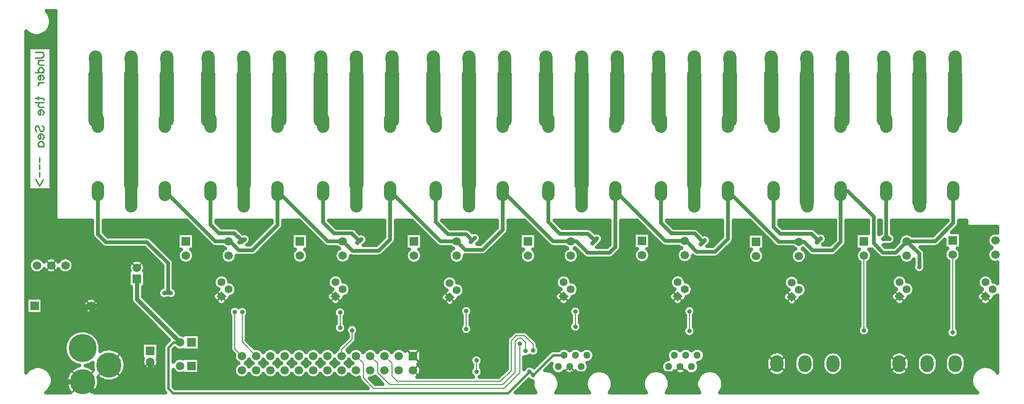
<source format=gbr>
G04 DipTrace 3.0.0.1*
G04 Bottom.gbr*
%MOIN*%
G04 #@! TF.FileFunction,Copper,L2,Bot*
G04 #@! TF.Part,Single*
%AMOUTLINE0*5,1,4,0,0,0.070866,0.0*%
G04 #@! TA.AperFunction,Conductor*
%ADD14C,0.035*%
%ADD15C,0.02*%
%ADD16C,0.015*%
G04 #@! TA.AperFunction,ViaPad*
%ADD17C,0.031496*%
G04 #@! TA.AperFunction,Conductor*
%ADD19C,0.03*%
%ADD20C,0.007*%
%ADD21C,0.090551*%
%ADD22C,0.1*%
%ADD23C,0.086614*%
G04 #@! TA.AperFunction,CopperBalancing*
%ADD24C,0.025*%
%ADD25C,0.012992*%
G04 #@! TA.AperFunction,ComponentPad*
%ADD57O,0.090551X0.11811*%
%ADD60R,0.059055X0.059055*%
%ADD61C,0.059055*%
%ADD63C,0.177165*%
%ADD64C,0.19685*%
%ADD65O,0.086614X0.141732*%
%ADD66C,0.059055*%
%ADD67C,0.055118*%
%ADD68C,0.051181*%
%ADD121C,0.009264*%
G04 #@! TA.AperFunction,ComponentPad*
%ADD124OUTLINE0*%
%FSLAX26Y26*%
G04*
G70*
G90*
G75*
G01*
G04 Bottom*
%LPD*%
X1512451Y783071D2*
D16*
X1464042D1*
X1429134Y748163D1*
Y458793D1*
X1461417Y426509D1*
X3811417D1*
X3962467Y577559D1*
X4204322Y692371D2*
X4127017D1*
X3988058Y553412D1*
X3962467Y577559D2*
X3963911D1*
X3988058Y553412D1*
X1208071Y1229512D2*
D19*
Y1087451D1*
X1512451Y783071D1*
X826820Y506677D2*
D14*
X671047D1*
X645571Y481201D1*
Y824951D1*
X860875Y1040256D1*
X886959D1*
X973375D1*
X1014320Y1081201D1*
Y1410680D1*
X1233071Y799951D2*
D17*
X1199823D1*
D14*
X1135070D1*
D17*
X1101822D1*
X886959Y1040256D2*
D14*
Y1014814D1*
X1078312Y823461D1*
D17*
X1101822Y799951D1*
X1301820Y646211D2*
D14*
Y518699D1*
X1226822Y443701D1*
X889797D1*
X826820Y506677D1*
X4244243Y612450D2*
D20*
Y591978D1*
X4259711Y576509D1*
X4983301D1*
X5019241Y612450D1*
X3589501Y576378D2*
Y656201D1*
X2632808Y993701D2*
Y885827D1*
X1946850Y995801D2*
Y786172D1*
X2045571Y687451D1*
X1894751Y998294D2*
Y738272D1*
X1945571Y687451D1*
X4283596Y999081D2*
Y894751D1*
X2717454Y868635D2*
Y806168D1*
X2645276Y733990D1*
Y687747D1*
X2645571Y687451D1*
X6930071Y1399950D2*
Y854331D1*
X3988976Y725853D2*
Y769816D1*
X3928084Y830709D1*
X3869160D1*
X3832940Y794488D1*
Y585171D1*
X3758005Y510236D1*
X3034121D1*
X2997507Y546850D1*
Y635516D1*
X2945571Y687451D1*
X6308084Y1393701D2*
Y867848D1*
X3934383Y722441D2*
Y782940D1*
X3904987Y812336D1*
X3885039D1*
X3861942Y789239D1*
Y574803D1*
X3773753Y486614D1*
X2980184D1*
X2897507Y569291D1*
Y635516D1*
X2845571Y687451D1*
X5083727Y1001969D2*
Y863517D1*
X3893701Y773885D2*
Y569816D1*
X3785958Y462073D1*
X2869160D1*
X2796588Y534646D1*
Y636434D1*
X2745571Y687451D1*
X3518110Y1003018D2*
Y878215D1*
X1958822Y2776701D2*
D21*
Y2667646D1*
D22*
Y1889567D1*
D23*
Y1768701D1*
X1708822Y2776701D2*
D21*
Y2667646D1*
D22*
Y2343701D1*
D23*
X1723822Y2328701D1*
X2748822Y2776701D2*
D21*
Y2667646D1*
D22*
Y1889567D1*
D23*
Y1768701D1*
X1418822Y2776701D2*
D21*
Y2667646D1*
D22*
Y2343701D1*
D23*
X1403822Y2328701D1*
X1723822Y1848701D2*
D24*
Y1611480D1*
X1783333Y1551969D1*
X1891470D1*
X1937664Y1505774D1*
X1961024D1*
X1963123Y1507874D1*
X1927953Y1487008D2*
X1942257D1*
X1963123Y1507874D1*
X1168822Y2776701D2*
D21*
Y2667646D1*
D22*
Y1889567D1*
D23*
Y1768701D1*
X2513822Y1848701D2*
D24*
Y1626467D1*
X2590814Y1549475D1*
X2715092D1*
X2769619Y1494948D1*
D15*
X2781759Y1507087D1*
X2754724Y1483990D2*
X2758661D1*
X2781759Y1507087D1*
X3303822Y1848701D2*
D24*
Y1630430D1*
X3389370Y1544882D1*
X3517979D1*
X3562402Y1500459D1*
X3578215Y1516273D1*
X3550525Y1489895D2*
X3551837D1*
X3578215Y1516273D1*
X3288822Y2776701D2*
D21*
Y2667646D1*
D22*
Y2343701D1*
D23*
X3303822Y2328701D1*
X6935822Y1848701D2*
D24*
Y1623092D1*
X6806299Y1493570D1*
X6608215D1*
X6608084Y1493701D1*
Y1491155D1*
X6532283Y1415354D1*
X6441995D1*
X6376903Y1480446D1*
Y1667717D1*
X6195919Y1848701D1*
X6145822D1*
Y1489129D1*
X6087270Y1430577D1*
X5948950D1*
X5887827Y1491701D1*
X5851858D1*
X5710822D1*
X5353822Y1848701D1*
Y1509858D1*
X5264829Y1420866D1*
X5135039D1*
X5063386Y1492520D1*
X5047640D1*
X5051822Y1496701D1*
X4915822D1*
X4563822Y1848701D1*
Y1454110D1*
X4522966Y1413255D1*
X4370210D1*
X4289764Y1493701D1*
X4251819D1*
X4128822D1*
X3773822Y1848701D1*
Y1575265D1*
X3633858Y1435302D1*
X3510220D1*
X3451822Y1493701D1*
X3338822D1*
X2983822Y1848701D1*
Y1508100D1*
X2903018Y1427297D1*
X2722047D1*
X2651822Y1497522D1*
Y1493701D1*
X2548822D1*
X2193822Y1848701D1*
Y1607732D1*
X2017454Y1431365D1*
X1925328D1*
X1865879Y1490814D1*
X1848934D1*
X1851822Y1493701D1*
X1758822D1*
X1403822Y1848701D1*
X6609318Y1493701D2*
X6696982Y1406037D1*
Y1313386D1*
X3538822Y2776701D2*
D21*
Y2667646D1*
D22*
Y1889567D1*
D23*
Y1768701D1*
X2208822Y2776701D2*
D21*
Y2667646D1*
D22*
Y2343701D1*
D23*
X2193822Y2328701D1*
X933822Y1848701D2*
D24*
Y1544262D1*
X989633Y1488451D1*
X1277428D1*
X1426640Y1339239D1*
Y1136352D1*
X1423360Y1133071D1*
X1402887D1*
X1399869Y1130052D1*
X1445669Y1131102D2*
X1400919D1*
X1399869Y1130052D1*
X918822Y2776701D2*
D21*
Y2667646D1*
D22*
Y2343701D1*
D23*
X933822Y2328701D1*
X4328822Y2776701D2*
D21*
Y2667646D1*
D22*
Y1889567D1*
D23*
Y1768701D1*
X4078822Y2776701D2*
D21*
Y2667646D1*
D22*
Y2343701D1*
D23*
X4093822Y2328701D1*
X4578822Y2776701D2*
D21*
Y2667646D1*
D22*
Y2343701D1*
D23*
X4563822Y2328701D1*
X2498822Y2776701D2*
D21*
Y2667646D1*
D22*
Y2343701D1*
D23*
X2513822Y2328701D1*
X2998822Y2776701D2*
D21*
Y2667646D1*
D22*
Y2343701D1*
D23*
X2983822Y2328701D1*
X4093822Y1848701D2*
D24*
Y1628882D1*
X4175591Y1547113D1*
X4371785D1*
X4423360Y1495538D1*
X4419291D1*
X4405512Y1481759D1*
X4434777Y1513123D2*
Y1511024D1*
X4405512Y1481759D1*
X3788822Y2776701D2*
D21*
Y2667646D1*
D22*
Y2343701D1*
D23*
X3773822Y2328701D1*
X4883822Y1848701D2*
D24*
Y1622215D1*
X4956955Y1549081D1*
X5119423D1*
X5180577Y1487927D1*
X5192651Y1500000D1*
X5162861Y1474934D2*
X5167585D1*
X5192651Y1500000D1*
X5675822Y1848701D2*
Y1592551D1*
X5720079Y1548294D1*
X5939501D1*
X5982808Y1504987D1*
Y1486352D1*
X5979003D1*
X6004593Y1512336D2*
Y1511942D1*
X5979003Y1486352D1*
X6443963Y1510630D2*
X6485696D1*
X6486352Y1511286D1*
X6465822Y1848701D2*
Y1532488D1*
X6443963Y1510630D1*
X6465822Y1531816D2*
X6486352Y1511286D1*
X5118822Y2776701D2*
D21*
Y2667646D1*
D22*
Y1889567D1*
D23*
Y1768701D1*
X4868822Y2776701D2*
D21*
Y2667646D1*
D22*
Y2343701D1*
D23*
X4883822Y2328701D1*
X5368822Y2776701D2*
D21*
Y2667646D1*
D22*
Y2343701D1*
D23*
X5353822Y2328701D1*
X5908822Y2776701D2*
D21*
Y2667646D1*
D22*
Y1770701D1*
D23*
X5910822Y1768701D1*
X5658822Y2776701D2*
D21*
Y2667646D1*
D22*
Y2345701D1*
D23*
X5675822Y2328701D1*
X6158822Y2776701D2*
D21*
Y2667646D1*
D22*
Y2341701D1*
D23*
X6145822Y2328701D1*
X6698822Y2776701D2*
D21*
Y2667646D1*
D22*
Y1770701D1*
D23*
X6700822Y1768701D1*
X6448822Y2776701D2*
D21*
Y2667646D1*
D22*
Y2345701D1*
D23*
X6465822Y2328701D1*
X6948822Y2776701D2*
D21*
Y2667646D1*
D22*
Y2341701D1*
D23*
X6935822Y2328701D1*
D17*
X1014320Y1410680D3*
X3589501Y576378D3*
Y656201D3*
X2632808Y993701D3*
Y885827D3*
X1946850Y995801D3*
X1894751Y998294D3*
X4283596Y999081D3*
Y894751D3*
X2717454Y868635D3*
X6930071Y854331D3*
X3988976Y725853D3*
X6308084Y867848D3*
X3934383Y722441D3*
X5083727Y1001969D3*
Y863517D3*
X3893701Y773885D3*
X3518110Y1003018D3*
Y878215D3*
X6696982Y1313386D3*
X1101822Y799951D3*
X1233071D3*
X3962467Y577559D3*
X3988058Y553412D3*
X6443963Y1510630D3*
X6486352Y1511286D3*
X5979003Y1486352D3*
X6004593Y1512336D3*
X5162861Y1474934D3*
X5192651Y1500000D3*
X4405512Y1481759D3*
X4434777Y1513123D3*
X3550525Y1489895D3*
X3578215Y1516273D3*
X2754724Y1483990D3*
X2781759Y1507087D3*
X1927953Y1487008D3*
X1963123Y1507874D3*
X1399869Y1130052D3*
X1445669Y1131102D3*
X3420735Y705381D3*
X595542Y3087238D2*
D24*
X634390D1*
X604867Y3062369D2*
X634390D1*
X607407Y3037500D2*
X634390D1*
X603794Y3012631D2*
X634390D1*
X593150Y2987762D2*
X634390D1*
X572251Y2962894D2*
X634390D1*
X433726Y2938025D2*
X634390D1*
X433726Y2913156D2*
X634390D1*
X433726Y2888287D2*
X634390D1*
X433726Y2863419D2*
X634390D1*
X433726Y2838550D2*
X444871D1*
X611118D2*
X634390D1*
X433726Y2813681D2*
X444871D1*
X611118D2*
X634390D1*
X433726Y2788812D2*
X444871D1*
X611118D2*
X634390D1*
X433726Y2763944D2*
X444871D1*
X611118D2*
X634390D1*
X433726Y2739075D2*
X444871D1*
X611118D2*
X634390D1*
X433726Y2714206D2*
X444871D1*
X611118D2*
X634390D1*
X433726Y2689337D2*
X444871D1*
X611118D2*
X634390D1*
X433726Y2664469D2*
X444871D1*
X611118D2*
X634390D1*
X433726Y2639600D2*
X444871D1*
X611118D2*
X634390D1*
X433726Y2614731D2*
X444871D1*
X611118D2*
X634390D1*
X433726Y2589862D2*
X444871D1*
X611118D2*
X634390D1*
X433726Y2564993D2*
X444871D1*
X611118D2*
X634390D1*
X433726Y2540125D2*
X444871D1*
X611118D2*
X634390D1*
X433726Y2515256D2*
X444871D1*
X611118D2*
X634390D1*
X433726Y2490387D2*
X444871D1*
X611118D2*
X634390D1*
X433726Y2465518D2*
X444871D1*
X611118D2*
X634390D1*
X433726Y2440650D2*
X444871D1*
X611118D2*
X634390D1*
X433726Y2415781D2*
X444871D1*
X611118D2*
X634390D1*
X433726Y2390912D2*
X444871D1*
X611118D2*
X634390D1*
X433726Y2366043D2*
X444871D1*
X611118D2*
X634390D1*
X433726Y2341175D2*
X444871D1*
X611118D2*
X634390D1*
X433726Y2316306D2*
X444871D1*
X611118D2*
X634390D1*
X433726Y2291437D2*
X444871D1*
X611118D2*
X634390D1*
X433726Y2266568D2*
X444871D1*
X611118D2*
X634390D1*
X433726Y2241699D2*
X444871D1*
X611118D2*
X634390D1*
X433726Y2216831D2*
X444871D1*
X611118D2*
X634390D1*
X433726Y2191962D2*
X444871D1*
X611118D2*
X634390D1*
X433726Y2167093D2*
X444871D1*
X611118D2*
X634390D1*
X433726Y2142224D2*
X444871D1*
X611118D2*
X634390D1*
X433726Y2117356D2*
X444871D1*
X611118D2*
X634390D1*
X433726Y2092487D2*
X444871D1*
X611118D2*
X634390D1*
X433726Y2067618D2*
X444871D1*
X611118D2*
X634390D1*
X433726Y2042749D2*
X444871D1*
X611118D2*
X634390D1*
X433726Y2017881D2*
X444871D1*
X611118D2*
X634390D1*
X433726Y1993012D2*
X444871D1*
X611118D2*
X634390D1*
X433726Y1968143D2*
X444871D1*
X611118D2*
X634390D1*
X433726Y1943274D2*
X444871D1*
X611118D2*
X634390D1*
X433726Y1918406D2*
X444871D1*
X611118D2*
X634390D1*
X433726Y1893537D2*
X444871D1*
X611118D2*
X634390D1*
X433726Y1868668D2*
X444871D1*
X611118D2*
X634390D1*
X433726Y1843799D2*
X634390D1*
X433726Y1818930D2*
X634390D1*
X433726Y1794062D2*
X634390D1*
X433726Y1769193D2*
X634390D1*
X433726Y1744324D2*
X634390D1*
X433726Y1719455D2*
X634390D1*
X433726Y1694587D2*
X634390D1*
X433726Y1669718D2*
X634390D1*
X433726Y1644849D2*
X634390D1*
X433726Y1619980D2*
X892299D1*
X975327D2*
X1574867D1*
X1772983D2*
X2148403D1*
X2235336D2*
X2364907D1*
X2577963D2*
X2942299D1*
X3025327D2*
X3154898D1*
X3371909D2*
X3732339D1*
X3815318D2*
X3944887D1*
X4160386D2*
X4522328D1*
X4605307D2*
X4734878D1*
X4943735D2*
X5312319D1*
X5395298D2*
X5524867D1*
X5717319D2*
X6104311D1*
X6187339D2*
X6335415D1*
X6507310D2*
X6875063D1*
X6977182D2*
X7026088D1*
X433726Y1595112D2*
X892299D1*
X975327D2*
X1599770D1*
X1797836D2*
X2123550D1*
X2233238D2*
X2389760D1*
X2602818D2*
X2942299D1*
X3025327D2*
X3179751D1*
X3396811D2*
X3732339D1*
X3815318D2*
X3969741D1*
X4185239D2*
X4522328D1*
X4605307D2*
X4759780D1*
X4968588D2*
X5312319D1*
X5395298D2*
X5549770D1*
X5730894D2*
X6104311D1*
X6187339D2*
X6335415D1*
X6507310D2*
X6850210D1*
X6965512D2*
X7243471D1*
X433726Y1570243D2*
X892299D1*
X975327D2*
X1624623D1*
X1930844D2*
X2098696D1*
X2213999D2*
X2414614D1*
X2751987D2*
X2942299D1*
X3025327D2*
X3204604D1*
X3550278D2*
X3711147D1*
X3814975D2*
X3994643D1*
X4406332D2*
X4522328D1*
X4605307D2*
X4784634D1*
X5155894D2*
X5312319D1*
X5395298D2*
X5574623D1*
X5975230D2*
X6104311D1*
X6187339D2*
X6335415D1*
X6507310D2*
X6825307D1*
X6940610D2*
X7243471D1*
X433726Y1545374D2*
X892299D1*
X990366D2*
X1493276D1*
X1610336D2*
X1649478D1*
X1985092D2*
X2073794D1*
X2189096D2*
X2293276D1*
X2410336D2*
X2439516D1*
X2802134D2*
X2942299D1*
X3025327D2*
X3093276D1*
X3210336D2*
X3229507D1*
X3611362D2*
X3686294D1*
X3801596D2*
X3893276D1*
X4010336D2*
X4019529D1*
X4464584D2*
X4522328D1*
X4605307D2*
X4693276D1*
X5180795D2*
X5312319D1*
X5395298D2*
X5493325D1*
X6033432D2*
X6104311D1*
X6187339D2*
X6249575D1*
X6513803D2*
X6583950D1*
X6632260D2*
X6800454D1*
X6988608D2*
X7194790D1*
X433726Y1520505D2*
X900406D1*
X1302134D2*
X1493276D1*
X1610336D2*
X1674379D1*
X2005942D2*
X2048940D1*
X2164243D2*
X2293276D1*
X2410336D2*
X2464370D1*
X2824302D2*
X2938588D1*
X3025327D2*
X3093276D1*
X3210336D2*
X3254360D1*
X3622739D2*
X3661391D1*
X3776694D2*
X3893276D1*
X4010336D2*
X4044350D1*
X4478891D2*
X4522328D1*
X4605307D2*
X4693276D1*
X4810336D2*
X4834340D1*
X5232066D2*
X5306802D1*
X5395298D2*
X5493325D1*
X5610386D2*
X5624375D1*
X6048520D2*
X6104311D1*
X6187339D2*
X6249575D1*
X6530063D2*
X6556362D1*
X6988608D2*
X7175454D1*
X433726Y1495636D2*
X924770D1*
X1327915D2*
X1493276D1*
X1610336D2*
X1699234D1*
X2006039D2*
X2024087D1*
X2139390D2*
X2293276D1*
X2410336D2*
X2489223D1*
X2824936D2*
X2913686D1*
X3023276D2*
X3093276D1*
X3210336D2*
X3279214D1*
X3617563D2*
X3636538D1*
X3751840D2*
X3893276D1*
X4010336D2*
X4069252D1*
X4475718D2*
X4522328D1*
X4605307D2*
X4693276D1*
X4810336D2*
X4859243D1*
X5237192D2*
X5281948D1*
X5392612D2*
X5493325D1*
X5610386D2*
X5649234D1*
X6045883D2*
X6094692D1*
X6187339D2*
X6249575D1*
X6528110D2*
X6549575D1*
X6988608D2*
X7171694D1*
X433726Y1470768D2*
X949672D1*
X1352768D2*
X1493276D1*
X1610336D2*
X1724087D1*
X1985825D2*
X1999188D1*
X2114487D2*
X2293276D1*
X2410336D2*
X2514076D1*
X2805844D2*
X2888832D1*
X3004135D2*
X3093276D1*
X3210336D2*
X3304115D1*
X3726987D2*
X3893276D1*
X4010336D2*
X4094106D1*
X4455991D2*
X4522328D1*
X4605307D2*
X4693276D1*
X4810336D2*
X4884096D1*
X5225668D2*
X5257094D1*
X5372398D2*
X5493325D1*
X5610386D2*
X5674087D1*
X6021079D2*
X6069790D1*
X6182748D2*
X6249575D1*
X6460483D2*
X6471853D1*
X6500815D2*
X6530043D1*
X6841147D2*
X6871547D1*
X6988608D2*
X7179751D1*
X433726Y1445899D2*
X1262319D1*
X1377622D2*
X1493276D1*
X1610336D2*
X1820083D1*
X2089634D2*
X2293276D1*
X2410336D2*
X2620083D1*
X2979282D2*
X3093276D1*
X3210336D2*
X3420083D1*
X3702134D2*
X3893276D1*
X4010336D2*
X4220083D1*
X4604428D2*
X4693276D1*
X4810336D2*
X5022524D1*
X5347495D2*
X5493325D1*
X5610386D2*
X5817104D1*
X6160239D2*
X6249575D1*
X6714780D2*
X6871547D1*
X6988608D2*
X7195522D1*
X433726Y1421030D2*
X1287172D1*
X1402524D2*
X1500406D1*
X1603207D2*
X1800406D1*
X2064780D2*
X2300406D1*
X2403207D2*
X2600406D1*
X2954428D2*
X3100406D1*
X3203207D2*
X3400406D1*
X3677231D2*
X3900406D1*
X4003207D2*
X4200406D1*
X4588412D2*
X4698843D1*
X4804770D2*
X4998843D1*
X5322642D2*
X5501626D1*
X5602084D2*
X5801626D1*
X6135386D2*
X6256655D1*
X6359507D2*
X6378654D1*
X6735483D2*
X6875650D1*
X6984458D2*
X7175650D1*
X433726Y1396161D2*
X1312075D1*
X1427378D2*
X1493325D1*
X1610287D2*
X1793325D1*
X2036752D2*
X2293325D1*
X2410287D2*
X2593325D1*
X2928990D2*
X3093325D1*
X3210287D2*
X3393325D1*
X3510287D2*
X3893325D1*
X4010287D2*
X4193325D1*
X4310287D2*
X4329654D1*
X4563510D2*
X4693276D1*
X4810336D2*
X4993276D1*
X5297787D2*
X5493520D1*
X5610190D2*
X5793520D1*
X5910190D2*
X5928104D1*
X6108139D2*
X6249623D1*
X6366538D2*
X6403530D1*
X6738462D2*
X6871694D1*
X6988462D2*
X7171694D1*
X433726Y1371293D2*
X472328D1*
X539927D2*
X572328D1*
X639927D2*
X672328D1*
X739927D2*
X1336928D1*
X1452231D2*
X1497963D1*
X1605650D2*
X1797963D1*
X1905650D2*
X2297963D1*
X2405650D2*
X2597963D1*
X2705650D2*
X3097963D1*
X3205650D2*
X3397963D1*
X3505650D2*
X3897963D1*
X4005650D2*
X4197963D1*
X4305650D2*
X4699379D1*
X4804234D2*
X4999379D1*
X5104234D2*
X5497182D1*
X5606528D2*
X5797182D1*
X5906528D2*
X6254214D1*
X6361948D2*
X6554214D1*
X6738462D2*
X6879409D1*
X6980698D2*
X7179409D1*
X433726Y1346424D2*
X451896D1*
X760336D2*
X1164566D1*
X1251596D2*
X1361782D1*
X1467466D2*
X1519252D1*
X1584409D2*
X1819252D1*
X1884409D2*
X2319252D1*
X2384409D2*
X2619252D1*
X2684409D2*
X3119252D1*
X3184409D2*
X3419252D1*
X3484409D2*
X3919252D1*
X3984409D2*
X4219252D1*
X4284409D2*
X4724575D1*
X4779038D2*
X5024575D1*
X5079038D2*
X5516371D1*
X5587339D2*
X5816371D1*
X5887339D2*
X6275503D1*
X6340659D2*
X6575503D1*
X6640659D2*
X6655483D1*
X6738462D2*
X6897573D1*
X6962583D2*
X7211000D1*
X433726Y1321555D2*
X447701D1*
X764535D2*
X1151138D1*
X1264975D2*
X1385122D1*
X1468150D2*
X6275600D1*
X6340562D2*
X6653042D1*
X6740951D2*
X6897573D1*
X6962583D2*
X7243471D1*
X433726Y1296686D2*
X455190D1*
X757066D2*
X1150747D1*
X1265415D2*
X1385122D1*
X1468150D2*
X6275600D1*
X6340562D2*
X6655678D1*
X6738266D2*
X6897573D1*
X6962583D2*
X7243471D1*
X433726Y1271818D2*
X485463D1*
X526791D2*
X585463D1*
X626791D2*
X685463D1*
X726791D2*
X1149526D1*
X1266587D2*
X1385122D1*
X1468150D2*
X6275600D1*
X6340562D2*
X6686928D1*
X6707030D2*
X6897573D1*
X6962583D2*
X7243471D1*
X433726Y1246949D2*
X1149526D1*
X1266587D2*
X1385122D1*
X1468150D2*
X1763783D1*
X1839828D2*
X2563783D1*
X2639828D2*
X3372622D1*
X3431039D2*
X4163783D1*
X4239828D2*
X4964322D1*
X5040366D2*
X5766274D1*
X5837436D2*
X6275600D1*
X6340562D2*
X6520083D1*
X6596127D2*
X6897573D1*
X6962583D2*
X7123062D1*
X7199106D2*
X7243471D1*
X433726Y1222080D2*
X1149526D1*
X1266587D2*
X1385122D1*
X1468150D2*
X1747622D1*
X1855991D2*
X2547622D1*
X2655991D2*
X3350014D1*
X3453647D2*
X4147622D1*
X4255991D2*
X4948159D1*
X5056479D2*
X5748354D1*
X5855356D2*
X6275600D1*
X6340562D2*
X6503920D1*
X6612241D2*
X6897573D1*
X6962583D2*
X7106899D1*
X7215268D2*
X7243471D1*
X433726Y1197211D2*
X1149526D1*
X1266587D2*
X1385122D1*
X1468150D2*
X1746010D1*
X1889535D2*
X2546010D1*
X2689535D2*
X3345327D1*
X3480551D2*
X4146010D1*
X4289535D2*
X4946499D1*
X5090024D2*
X5745766D1*
X5887094D2*
X6275600D1*
X6340562D2*
X6502260D1*
X6645786D2*
X6897573D1*
X6962583D2*
X7105287D1*
X433726Y1172343D2*
X1164076D1*
X1252084D2*
X1385122D1*
X1468150D2*
X1757192D1*
X1905894D2*
X2557192D1*
X2705894D2*
X3352846D1*
X3503500D2*
X4157192D1*
X4305894D2*
X4957680D1*
X5106430D2*
X5755678D1*
X5905259D2*
X6275600D1*
X6340562D2*
X6513442D1*
X6662192D2*
X6897573D1*
X6962583D2*
X7116420D1*
X433726Y1147474D2*
X1164076D1*
X1252084D2*
X1358902D1*
X1487094D2*
X1767690D1*
X1907651D2*
X2567690D1*
X2707651D2*
X3373940D1*
X3508335D2*
X4167690D1*
X4307651D2*
X4968178D1*
X5108188D2*
X5769741D1*
X5907992D2*
X6275600D1*
X6340562D2*
X6523940D1*
X6663950D2*
X6897573D1*
X6962583D2*
X7126919D1*
X433726Y1122605D2*
X1164076D1*
X1252084D2*
X1355776D1*
X1489535D2*
X1743080D1*
X1896664D2*
X2543080D1*
X2696664D2*
X3349087D1*
X3500962D2*
X4143080D1*
X4296664D2*
X4943570D1*
X5097154D2*
X5744839D1*
X5898227D2*
X6275600D1*
X6340562D2*
X6499331D1*
X6652915D2*
X6897573D1*
X6962583D2*
X7102310D1*
X433726Y1097736D2*
X1164076D1*
X1258970D2*
X1370131D1*
X1474106D2*
X1738783D1*
X1864878D2*
X2538783D1*
X2664878D2*
X3337466D1*
X3468295D2*
X4138783D1*
X4264878D2*
X4939272D1*
X5065366D2*
X5738247D1*
X5865512D2*
X6275600D1*
X6340562D2*
X6495034D1*
X6621127D2*
X6897573D1*
X6962583D2*
X7098012D1*
X7224106D2*
X7243471D1*
X547836Y1072867D2*
X838882D1*
X934995D2*
X1166714D1*
X1283823D2*
X1759731D1*
X1843882D2*
X2559731D1*
X2643882D2*
X3353482D1*
X3450131D2*
X4159731D1*
X4243882D2*
X4960268D1*
X5044419D2*
X5757778D1*
X5845932D2*
X6275600D1*
X6340562D2*
X6516030D1*
X6600180D2*
X6897573D1*
X6962583D2*
X7119008D1*
X7203159D2*
X7243471D1*
X547836Y1047999D2*
X828970D1*
X944955D2*
X1186343D1*
X1308726D2*
X1785756D1*
X1817856D2*
X2585756D1*
X2617856D2*
X3378383D1*
X3425278D2*
X4185756D1*
X4217856D2*
X4986244D1*
X5018394D2*
X5782875D1*
X5820835D2*
X6275600D1*
X6340562D2*
X6542007D1*
X6574155D2*
X6897573D1*
X6962583D2*
X7145034D1*
X7177134D2*
X7243471D1*
X547836Y1023130D2*
X831118D1*
X942807D2*
X1211196D1*
X1333579D2*
X1858071D1*
X1981576D2*
X2600014D1*
X2665610D2*
X3478432D1*
X3557748D2*
X4246352D1*
X4320835D2*
X5044643D1*
X5122787D2*
X6275600D1*
X6340562D2*
X6897573D1*
X6962583D2*
X7243471D1*
X547836Y998261D2*
X847378D1*
X926547D2*
X1236050D1*
X1358432D2*
X1850014D1*
X1991538D2*
X2588295D1*
X2677328D2*
X3473647D1*
X3562583D2*
X4238832D1*
X4328354D2*
X5039126D1*
X5128306D2*
X6275600D1*
X6340562D2*
X6897573D1*
X6962583D2*
X7243471D1*
X433726Y973392D2*
X1260951D1*
X1383335D2*
X1858119D1*
X1985190D2*
X2593276D1*
X2672348D2*
X3485512D1*
X3550718D2*
X4247573D1*
X4319614D2*
X5050112D1*
X5117367D2*
X6275600D1*
X6340562D2*
X6897573D1*
X6962583D2*
X7243471D1*
X433726Y948524D2*
X1285806D1*
X1408188D2*
X1862270D1*
X1979331D2*
X2600307D1*
X2665318D2*
X3485610D1*
X3550619D2*
X4251088D1*
X4316098D2*
X5051235D1*
X5116244D2*
X6275600D1*
X6340562D2*
X6897573D1*
X6962583D2*
X7243471D1*
X433726Y923655D2*
X1310659D1*
X1433042D2*
X1862270D1*
X1979331D2*
X2600307D1*
X2665318D2*
X3485610D1*
X3550619D2*
X4250259D1*
X4316928D2*
X5051235D1*
X5116244D2*
X6275600D1*
X6340562D2*
X6897573D1*
X6962583D2*
X7243471D1*
X433726Y898786D2*
X1335562D1*
X1457944D2*
X1862270D1*
X1979331D2*
X2590102D1*
X2675522D2*
X2685345D1*
X2749546D2*
X3478726D1*
X3557504D2*
X4239028D1*
X4328159D2*
X5051235D1*
X5116244D2*
X6275600D1*
X6340562D2*
X6897573D1*
X6962583D2*
X7243471D1*
X433726Y873917D2*
X1360415D1*
X1482798D2*
X1862270D1*
X1979331D2*
X2589760D1*
X2761850D2*
X3473598D1*
X3562631D2*
X4244350D1*
X4322836D2*
X5040298D1*
X5127182D2*
X6263783D1*
X6352378D2*
X6890151D1*
X6970004D2*
X7243471D1*
X433726Y849049D2*
X758462D1*
X895199D2*
X1385268D1*
X1507651D2*
X1862270D1*
X1979331D2*
X2609535D1*
X2656088D2*
X2677504D1*
X2757407D2*
X3485024D1*
X3551157D2*
X3842592D1*
X3954672D2*
X5041518D1*
X5125912D2*
X6267739D1*
X6348423D2*
X6885659D1*
X6974496D2*
X7243471D1*
X433726Y824180D2*
X729458D1*
X924203D2*
X1410171D1*
X1649741D2*
X1862270D1*
X1979331D2*
X2684975D1*
X2749936D2*
X3817690D1*
X3979526D2*
X5065835D1*
X5101646D2*
X6897963D1*
X6962143D2*
X7243471D1*
X433726Y799311D2*
X712856D1*
X940806D2*
X1429702D1*
X1649741D2*
X1862270D1*
X1979331D2*
X2665688D1*
X2749155D2*
X3800844D1*
X4004428D2*
X7243471D1*
X433726Y774442D2*
X703432D1*
X950180D2*
X1243276D1*
X1360336D2*
X1404848D1*
X1649741D2*
X1862270D1*
X2003500D2*
X2640786D1*
X2730650D2*
X3800454D1*
X4021127D2*
X7243471D1*
X433726Y749573D2*
X699575D1*
X954087D2*
X1243276D1*
X1360336D2*
X1392642D1*
X1649741D2*
X1862270D1*
X2028354D2*
X2617154D1*
X2705795D2*
X3800454D1*
X4026450D2*
X7243471D1*
X433726Y724705D2*
X700747D1*
X1071470D2*
X1243276D1*
X1360336D2*
X1392642D1*
X1465610D2*
X1865492D1*
X2089927D2*
X2101244D1*
X2189927D2*
X2201244D1*
X2289927D2*
X2301244D1*
X2389927D2*
X2401244D1*
X2489927D2*
X2501244D1*
X2589927D2*
X2601244D1*
X2689927D2*
X2701244D1*
X2789927D2*
X2801244D1*
X2889927D2*
X2901244D1*
X2989927D2*
X3001244D1*
X3204087D2*
X3800454D1*
X4033726D2*
X4113979D1*
X4407504D2*
X4936000D1*
X5182504D2*
X7243471D1*
X433726Y699836D2*
X707046D1*
X1101596D2*
X1243276D1*
X1360336D2*
X1392642D1*
X1465610D2*
X1888247D1*
X3204087D2*
X3800454D1*
X4024741D2*
X4083902D1*
X4418198D2*
X4925259D1*
X5193198D2*
X5645083D1*
X5748618D2*
X5841958D1*
X5945444D2*
X6038783D1*
X6142319D2*
X6503335D1*
X6606870D2*
X6700210D1*
X6803744D2*
X6897035D1*
X7000571D2*
X7243471D1*
X433726Y674967D2*
X719496D1*
X1117906D2*
X1243276D1*
X1360336D2*
X1392642D1*
X1465610D2*
X1888442D1*
X3204087D2*
X3549135D1*
X3629867D2*
X3800454D1*
X3926206D2*
X4059047D1*
X4415756D2*
X4927699D1*
X5190756D2*
X5627992D1*
X5765707D2*
X5824819D1*
X5962583D2*
X6021694D1*
X6159409D2*
X6486244D1*
X6624008D2*
X6683119D1*
X6820835D2*
X6879946D1*
X7017710D2*
X7243471D1*
X433726Y650098D2*
X740688D1*
X1126646D2*
X1243423D1*
X1360190D2*
X1392642D1*
X1647836D2*
X1901332D1*
X1989828D2*
X2001304D1*
X2089828D2*
X2101304D1*
X2189828D2*
X2201304D1*
X2289828D2*
X2301304D1*
X2389828D2*
X2401304D1*
X2489828D2*
X2501304D1*
X2589828D2*
X2601304D1*
X2689828D2*
X2701304D1*
X3204087D2*
X3545180D1*
X3633823D2*
X3800454D1*
X3926206D2*
X4034146D1*
X4397104D2*
X4900795D1*
X5172104D2*
X5622622D1*
X5771079D2*
X5819448D1*
X5967954D2*
X6016323D1*
X6164780D2*
X6480874D1*
X6629331D2*
X6677748D1*
X6826206D2*
X6874575D1*
X7023031D2*
X7243471D1*
X433726Y625230D2*
X782339D1*
X871274D2*
X894302D1*
X1129428D2*
X1247378D1*
X1356283D2*
X1392642D1*
X1647836D2*
X1901675D1*
X1989438D2*
X2001707D1*
X2089438D2*
X2101707D1*
X2189438D2*
X2201707D1*
X2289438D2*
X2301707D1*
X2389438D2*
X2401707D1*
X2489438D2*
X2501707D1*
X2589438D2*
X2601707D1*
X2689438D2*
X2701707D1*
X3189438D2*
X3556996D1*
X3622007D2*
X3800454D1*
X3926206D2*
X4009291D1*
X4377182D2*
X4886343D1*
X5152182D2*
X5622573D1*
X5771127D2*
X5819448D1*
X5967954D2*
X6016274D1*
X6164828D2*
X6480825D1*
X6629379D2*
X6677699D1*
X6826255D2*
X6874526D1*
X7023080D2*
X7243471D1*
X433726Y600361D2*
X458022D1*
X572348D2*
X757486D1*
X1126840D2*
X1267104D1*
X1336508D2*
X1392642D1*
X1647836D2*
X1888539D1*
X3202573D2*
X3552211D1*
X3626791D2*
X3800454D1*
X4085580D2*
X4111147D1*
X4377328D2*
X4886147D1*
X5152328D2*
X5625356D1*
X5768344D2*
X5822182D1*
X5965219D2*
X6019058D1*
X6162046D2*
X6483608D1*
X6626646D2*
X6680434D1*
X6823471D2*
X6877310D1*
X7020346D2*
X7104555D1*
X7219223D2*
X7243471D1*
X598959Y575492D2*
X732094D1*
X1118344D2*
X1392642D1*
X1647836D2*
X1888344D1*
X3202818D2*
X3544741D1*
X3634262D2*
X3778335D1*
X4363364D2*
X4404360D1*
X4499058D2*
X4804507D1*
X5138364D2*
X5179360D1*
X5274058D2*
X5638100D1*
X5755600D2*
X5834975D1*
X5952427D2*
X6031802D1*
X6149302D2*
X6496352D1*
X6613852D2*
X6693227D1*
X6810727D2*
X6890054D1*
X7007554D2*
X7077992D1*
X612486Y550623D2*
X717983D1*
X1102378D2*
X1392642D1*
X1465610D2*
X1900844D1*
X1990318D2*
X2000865D1*
X2090318D2*
X2100865D1*
X2190318D2*
X2200865D1*
X2290318D2*
X2300865D1*
X2390318D2*
X2400865D1*
X2490318D2*
X2500865D1*
X2590318D2*
X2600865D1*
X2690318D2*
X2700865D1*
X3190318D2*
X3553530D1*
X3625474D2*
X3753482D1*
X4153647D2*
X4374867D1*
X4528550D2*
X4775014D1*
X4928647D2*
X5149867D1*
X5303550D2*
X5676235D1*
X5717466D2*
X5873110D1*
X5914291D2*
X6069936D1*
X6111167D2*
X6534535D1*
X6575718D2*
X6731362D1*
X6772592D2*
X6928238D1*
X6969419D2*
X7064516D1*
X618344Y525755D2*
X710854D1*
X942807D2*
X950752D1*
X1072983D2*
X1392642D1*
X1465610D2*
X2765444D1*
X2850424D2*
X2896108D1*
X4167660D2*
X4360903D1*
X4542563D2*
X4761000D1*
X4942660D2*
X5135903D1*
X5317563D2*
X7058706D1*
X617906Y500886D2*
X709390D1*
X944272D2*
X1392642D1*
X1465610D2*
X2785415D1*
X2875278D2*
X2920962D1*
X3936362D2*
X3980287D1*
X4173374D2*
X4355190D1*
X4548276D2*
X4755287D1*
X4948374D2*
X5130190D1*
X5323276D2*
X7059194D1*
X611020Y476017D2*
X713394D1*
X940219D2*
X1392642D1*
X1465610D2*
X2810268D1*
X3911508D2*
X3981362D1*
X4172299D2*
X4356264D1*
X4547202D2*
X4756362D1*
X4947299D2*
X5131264D1*
X5322202D2*
X7066079D1*
X596079Y451148D2*
X723500D1*
X930112D2*
X1393520D1*
X3886655D2*
X3989419D1*
X4164243D2*
X4364322D1*
X4539146D2*
X4764419D1*
X4939243D2*
X5139322D1*
X5314146D2*
X7081070D1*
X445794Y1096283D2*
X545349D1*
Y984228D1*
X433294D1*
Y1096283D1*
X445794D1*
X942932Y1037757D2*
X942097Y1030308D1*
X940276Y1023039D1*
X937501Y1016077D1*
X933822Y1009549D1*
X929304Y1003568D1*
X924029Y998245D1*
X918091Y993673D1*
X911594Y989936D1*
X904659Y987097D1*
X897406Y985211D1*
X889966Y984310D1*
X882472Y984408D1*
X875059Y985507D1*
X867858Y987585D1*
X860999Y990605D1*
X854605Y994514D1*
X848790Y999241D1*
X843657Y1004703D1*
X839299Y1010801D1*
X835795Y1017424D1*
X833205Y1024458D1*
X831577Y1031773D1*
X830941Y1039240D1*
X831307Y1046726D1*
X832668Y1054096D1*
X835001Y1061218D1*
X838262Y1067965D1*
X842396Y1074215D1*
X847328Y1079860D1*
X852969Y1084794D1*
X859217Y1088933D1*
X865961Y1092199D1*
X873081Y1094538D1*
X880450Y1095904D1*
X887936Y1096276D1*
X895403Y1095643D1*
X902720Y1094021D1*
X909755Y1091437D1*
X916382Y1087936D1*
X922482Y1083583D1*
X927946Y1078454D1*
X932678Y1072642D1*
X936592Y1066251D1*
X939617Y1059394D1*
X941699Y1052196D1*
X942803Y1044782D1*
X942932Y1037757D1*
X941875Y504177D2*
X940927Y491719D1*
X938633Y479438D1*
X935021Y467478D1*
X930134Y455979D1*
X924029Y445079D1*
X916780Y434904D1*
X913697Y431205D1*
X1408684Y431201D1*
X1401627Y438808D1*
X1398840Y443357D1*
X1396798Y448286D1*
X1395552Y453474D1*
X1395134Y458793D1*
X1395239Y750831D1*
X1396073Y756100D1*
X1397722Y761175D1*
X1400144Y765928D1*
X1403280Y770244D1*
X1434854Y801966D1*
X1176514Y1060500D1*
X1172686Y1065768D1*
X1169730Y1071570D1*
X1167718Y1077764D1*
X1166698Y1084196D1*
X1166571Y1173438D1*
X1152043Y1173484D1*
Y1285539D1*
X1156878D1*
X1154316Y1292454D1*
X1152689Y1299769D1*
X1152052Y1307236D1*
X1152419Y1314722D1*
X1153780Y1322092D1*
X1156113Y1329214D1*
X1159374Y1335961D1*
X1163508Y1342211D1*
X1168440Y1347856D1*
X1174080Y1352790D1*
X1180328Y1356929D1*
X1187072Y1360196D1*
X1194193Y1362534D1*
X1201562Y1363900D1*
X1209047Y1364272D1*
X1216514Y1363639D1*
X1223832Y1362017D1*
X1230866Y1359433D1*
X1237493Y1355932D1*
X1243593Y1351579D1*
X1249058Y1346450D1*
X1253790Y1340638D1*
X1257703Y1334247D1*
X1260728Y1327390D1*
X1262811Y1320192D1*
X1263915Y1312778D1*
X1263875Y1303259D1*
X1262710Y1295856D1*
X1260567Y1288675D1*
X1259276Y1285542D1*
X1264098Y1285539D1*
Y1173484D1*
X1249597D1*
X1249571Y1104659D1*
X1515184Y839029D1*
X1525530Y837550D1*
X1533892Y834833D1*
X1535156Y834251D1*
X1535164Y839098D1*
X1647219D1*
Y727043D1*
X1535164D1*
Y731877D1*
X1525530Y728592D1*
X1516848Y727217D1*
X1508055D1*
X1499373Y728592D1*
X1491010Y731308D1*
X1483177Y735299D1*
X1476064Y740467D1*
X1472682Y743617D1*
X1463121Y734067D1*
X1463134Y648504D1*
X1467978Y655088D1*
X1474194Y661304D1*
X1481307Y666472D1*
X1489140Y670463D1*
X1497503Y673180D1*
X1506185Y674555D1*
X1514978D1*
X1523660Y673180D1*
X1532022Y670463D1*
X1533286Y669881D1*
X1533294Y674728D1*
X1645349D1*
Y562673D1*
X1533294D1*
Y567507D1*
X1523660Y564222D1*
X1514978Y562846D1*
X1506185D1*
X1497503Y564222D1*
X1489140Y566938D1*
X1481307Y570929D1*
X1474194Y576097D1*
X1467978Y582314D1*
X1463125Y588955D1*
X1463134Y472919D1*
X1475514Y460496D1*
X2828262Y460509D1*
X2773776Y515163D1*
X2769857Y521026D1*
X2767417Y527642D1*
X2766588Y534646D1*
Y535476D1*
X2758650Y532972D1*
X2749967Y531597D1*
X2741175D1*
X2732492Y532972D1*
X2724130Y535689D1*
X2716297Y539680D1*
X2709184Y544848D1*
X2702967Y551064D1*
X2697799Y558177D1*
X2695492Y562016D1*
X2690898Y554520D1*
X2685189Y547833D1*
X2678503Y542125D1*
X2671007Y537530D1*
X2662885Y534167D1*
X2654336Y532114D1*
X2645571Y531424D1*
X2636806Y532114D1*
X2628257Y534167D1*
X2620135Y537530D1*
X2612639Y542125D1*
X2605953Y547833D1*
X2600244Y554520D1*
X2595571Y562188D1*
X2590898Y554520D1*
X2585189Y547833D1*
X2578503Y542125D1*
X2571007Y537530D1*
X2562885Y534167D1*
X2554336Y532114D1*
X2545571Y531424D1*
X2536806Y532114D1*
X2528257Y534167D1*
X2520135Y537530D1*
X2512639Y542125D1*
X2505953Y547833D1*
X2500244Y554520D1*
X2495571Y562188D1*
X2490898Y554520D1*
X2485189Y547833D1*
X2478503Y542125D1*
X2471007Y537530D1*
X2462885Y534167D1*
X2454336Y532114D1*
X2445571Y531424D1*
X2436806Y532114D1*
X2428257Y534167D1*
X2420135Y537530D1*
X2412639Y542125D1*
X2405953Y547833D1*
X2400244Y554520D1*
X2395571Y562188D1*
X2390898Y554520D1*
X2385189Y547833D1*
X2378503Y542125D1*
X2371007Y537530D1*
X2362885Y534167D1*
X2354336Y532114D1*
X2345571Y531424D1*
X2336806Y532114D1*
X2328257Y534167D1*
X2320135Y537530D1*
X2312639Y542125D1*
X2305953Y547833D1*
X2300244Y554520D1*
X2295571Y562188D1*
X2290898Y554520D1*
X2285189Y547833D1*
X2278503Y542125D1*
X2271007Y537530D1*
X2262885Y534167D1*
X2254336Y532114D1*
X2245571Y531424D1*
X2236806Y532114D1*
X2228257Y534167D1*
X2220135Y537530D1*
X2212639Y542125D1*
X2205953Y547833D1*
X2200244Y554520D1*
X2195571Y562188D1*
X2190898Y554520D1*
X2185189Y547833D1*
X2178503Y542125D1*
X2171007Y537530D1*
X2162885Y534167D1*
X2154336Y532114D1*
X2145571Y531424D1*
X2136806Y532114D1*
X2128257Y534167D1*
X2120135Y537530D1*
X2112639Y542125D1*
X2105953Y547833D1*
X2100244Y554520D1*
X2095571Y562188D1*
X2090898Y554520D1*
X2085189Y547833D1*
X2078503Y542125D1*
X2071007Y537530D1*
X2062885Y534167D1*
X2054336Y532114D1*
X2045571Y531424D1*
X2036806Y532114D1*
X2028257Y534167D1*
X2020135Y537530D1*
X2012639Y542125D1*
X2005953Y547833D1*
X2000244Y554520D1*
X1995571Y562188D1*
X1990898Y554520D1*
X1985189Y547833D1*
X1978503Y542125D1*
X1971007Y537530D1*
X1962885Y534167D1*
X1954336Y532114D1*
X1945571Y531424D1*
X1936806Y532114D1*
X1928257Y534167D1*
X1920135Y537530D1*
X1912639Y542125D1*
X1905953Y547833D1*
X1900244Y554520D1*
X1895650Y562016D1*
X1892286Y570138D1*
X1890234Y578686D1*
X1889543Y587451D1*
X1890234Y596217D1*
X1892286Y604765D1*
X1895650Y612887D1*
X1900244Y620383D1*
X1905953Y627070D1*
X1912639Y632778D1*
X1920307Y637451D1*
X1912639Y642125D1*
X1905953Y647833D1*
X1900244Y654520D1*
X1895650Y662016D1*
X1892286Y670138D1*
X1890234Y678686D1*
X1889543Y687451D1*
X1890234Y696217D1*
X1890920Y699671D1*
X1871938Y718789D1*
X1868021Y724652D1*
X1865580Y731268D1*
X1864751Y738272D1*
Y968594D1*
X1860571Y973461D1*
X1857108Y979114D1*
X1854571Y985239D1*
X1853022Y991685D1*
X1852503Y998294D1*
X1853022Y1004903D1*
X1854571Y1011349D1*
X1857108Y1017474D1*
X1860571Y1023127D1*
X1864877Y1028168D1*
X1869917Y1032474D1*
X1875571Y1035937D1*
X1881696Y1038474D1*
X1888142Y1040022D1*
X1894751Y1040542D1*
X1901360Y1040022D1*
X1907806Y1038474D1*
X1913930Y1035937D1*
X1919584Y1032474D1*
X1922388Y1030235D1*
X1927671Y1033444D1*
X1933795Y1035980D1*
X1940241Y1037529D1*
X1946850Y1038049D1*
X1953459Y1037529D1*
X1959906Y1035980D1*
X1966030Y1033444D1*
X1971684Y1029980D1*
X1976724Y1025675D1*
X1981030Y1020634D1*
X1984493Y1014980D1*
X1987030Y1008856D1*
X1988579Y1002409D1*
X1989098Y995801D1*
X1988579Y989192D1*
X1987030Y982745D1*
X1984493Y976621D1*
X1981030Y970967D1*
X1976856Y966070D1*
X1976903Y798546D1*
X2033353Y742096D1*
X2041175Y743306D1*
X2049967D1*
X2058650Y741930D1*
X2067012Y739214D1*
X2074845Y735223D1*
X2081958Y730055D1*
X2088175Y723839D1*
X2093343Y716726D1*
X2095650Y712887D1*
X2100244Y720383D1*
X2105953Y727070D1*
X2112639Y732778D1*
X2120135Y737373D1*
X2128257Y740736D1*
X2136806Y742789D1*
X2145571Y743479D1*
X2154336Y742789D1*
X2162885Y740736D1*
X2171007Y737373D1*
X2178503Y732778D1*
X2185189Y727070D1*
X2190898Y720383D1*
X2195571Y712715D1*
X2200244Y720383D1*
X2205953Y727070D1*
X2212639Y732778D1*
X2220135Y737373D1*
X2228257Y740736D1*
X2236806Y742789D1*
X2245571Y743479D1*
X2254336Y742789D1*
X2262885Y740736D1*
X2271007Y737373D1*
X2278503Y732778D1*
X2285189Y727070D1*
X2290898Y720383D1*
X2295571Y712715D1*
X2300244Y720383D1*
X2305953Y727070D1*
X2312639Y732778D1*
X2320135Y737373D1*
X2328257Y740736D1*
X2336806Y742789D1*
X2345571Y743479D1*
X2354336Y742789D1*
X2362885Y740736D1*
X2371007Y737373D1*
X2378503Y732778D1*
X2385189Y727070D1*
X2390898Y720383D1*
X2395571Y712715D1*
X2400244Y720383D1*
X2405953Y727070D1*
X2412639Y732778D1*
X2420135Y737373D1*
X2428257Y740736D1*
X2436806Y742789D1*
X2445571Y743479D1*
X2454336Y742789D1*
X2462885Y740736D1*
X2471007Y737373D1*
X2478503Y732778D1*
X2485189Y727070D1*
X2490898Y720383D1*
X2495571Y712715D1*
X2500244Y720383D1*
X2505953Y727070D1*
X2512639Y732778D1*
X2520135Y737373D1*
X2528257Y740736D1*
X2536806Y742789D1*
X2545571Y743479D1*
X2554336Y742789D1*
X2562885Y740736D1*
X2571007Y737373D1*
X2578503Y732778D1*
X2585189Y727070D1*
X2590898Y720383D1*
X2595571Y712715D1*
X2600244Y720383D1*
X2605953Y727070D1*
X2612639Y732778D1*
X2615282Y734545D1*
X2616105Y740993D1*
X2618546Y747609D1*
X2622463Y753472D1*
X2687454Y818668D1*
Y838932D1*
X2683274Y843802D1*
X2679811Y849455D1*
X2677274Y855580D1*
X2675726Y862026D1*
X2675206Y868635D1*
X2675726Y875244D1*
X2677274Y881690D1*
X2679811Y887815D1*
X2683274Y893469D1*
X2687580Y898509D1*
X2692621Y902815D1*
X2698274Y906278D1*
X2704399Y908815D1*
X2710845Y910364D1*
X2717454Y910883D1*
X2724063Y910364D1*
X2730509Y908815D1*
X2736634Y906278D1*
X2742287Y902815D1*
X2747328Y898509D1*
X2751634Y893469D1*
X2755097Y887815D1*
X2757634Y881690D1*
X2759182Y875244D1*
X2759702Y868635D1*
X2759182Y862026D1*
X2757634Y855580D1*
X2755097Y849455D1*
X2751634Y843802D1*
X2747459Y838904D1*
X2747362Y803814D1*
X2745986Y796898D1*
X2743033Y790493D1*
X2738668Y784954D1*
X2682907Y729194D1*
X2688175Y723839D1*
X2693343Y716726D1*
X2695650Y712887D1*
X2700244Y720383D1*
X2705953Y727070D1*
X2712639Y732778D1*
X2720135Y737373D1*
X2728257Y740736D1*
X2736806Y742789D1*
X2745571Y743479D1*
X2754336Y742789D1*
X2762885Y740736D1*
X2771007Y737373D1*
X2778503Y732778D1*
X2785189Y727070D1*
X2790898Y720383D1*
X2795571Y712715D1*
X2800244Y720383D1*
X2805953Y727070D1*
X2812639Y732778D1*
X2820135Y737373D1*
X2828257Y740736D1*
X2836806Y742789D1*
X2845571Y743479D1*
X2854336Y742789D1*
X2862885Y740736D1*
X2871007Y737373D1*
X2878503Y732778D1*
X2885189Y727070D1*
X2890898Y720383D1*
X2895571Y712715D1*
X2900244Y720383D1*
X2905953Y727070D1*
X2912639Y732778D1*
X2920135Y737373D1*
X2928257Y740736D1*
X2936806Y742789D1*
X2945571Y743479D1*
X2954336Y742789D1*
X2962885Y740736D1*
X2971007Y737373D1*
X2978503Y732778D1*
X2985189Y727070D1*
X2990898Y720383D1*
X2995571Y712715D1*
X3000244Y720383D1*
X3005953Y727070D1*
X3012639Y732778D1*
X3020135Y737373D1*
X3028257Y740736D1*
X3036806Y742789D1*
X3045571Y743479D1*
X3054336Y742789D1*
X3062885Y740736D1*
X3071007Y737373D1*
X3078503Y732778D1*
X3085189Y727070D1*
X3089547Y722097D1*
X3089543Y743479D1*
X3201598D1*
Y631424D1*
X3180299D1*
X3186558Y625650D1*
X3191290Y619837D1*
X3195203Y613446D1*
X3198228Y606589D1*
X3200311Y599391D1*
X3201415Y591978D1*
X3201375Y582458D1*
X3200210Y575055D1*
X3198067Y567874D1*
X3194984Y561042D1*
X3191017Y554684D1*
X3186238Y548912D1*
X3180730Y543829D1*
X3175706Y540235D1*
X3567427Y540356D1*
X3562063Y544252D1*
X3557375Y548940D1*
X3553479Y554303D1*
X3550470Y560210D1*
X3548420Y566516D1*
X3547383Y573063D1*
Y579693D1*
X3548420Y586240D1*
X3550470Y592546D1*
X3553479Y598453D1*
X3557375Y603816D1*
X3559496Y606109D1*
X3559501Y626427D1*
X3555322Y631367D1*
X3551858Y637021D1*
X3549322Y643146D1*
X3547773Y649592D1*
X3547253Y656201D1*
X3547773Y662810D1*
X3549322Y669256D1*
X3551858Y675381D1*
X3555322Y681034D1*
X3559627Y686075D1*
X3564668Y690381D1*
X3570322Y693844D1*
X3576446Y696381D1*
X3582892Y697929D1*
X3589501Y698449D1*
X3596110Y697929D1*
X3602556Y696381D1*
X3608681Y693844D1*
X3614335Y690381D1*
X3619375Y686075D1*
X3623681Y681034D1*
X3627144Y675381D1*
X3629681Y669256D1*
X3631230Y662810D1*
X3631749Y656201D1*
X3631230Y649592D1*
X3629681Y643146D1*
X3627144Y637021D1*
X3623681Y631367D1*
X3619507Y626470D1*
X3619501Y606152D1*
X3623681Y601211D1*
X3627144Y595558D1*
X3629681Y589433D1*
X3631230Y582987D1*
X3631749Y576378D1*
X3631230Y569769D1*
X3629681Y563323D1*
X3627144Y557198D1*
X3623681Y551545D1*
X3619375Y546504D1*
X3614335Y542198D1*
X3611361Y540235D1*
X3745631Y540289D1*
X3802940Y597671D1*
X3803031Y796843D1*
X3804408Y803759D1*
X3807361Y810163D1*
X3811726Y815702D1*
X3849677Y853521D1*
X3855541Y857440D1*
X3862156Y859879D1*
X3869160Y860709D1*
X3930438Y860617D1*
X3937354Y859240D1*
X3943759Y856287D1*
X3949298Y851923D1*
X4011789Y789299D1*
X4015706Y783436D1*
X4018147Y776820D1*
X4018976Y769816D1*
Y755608D1*
X4023156Y750686D1*
X4026619Y745033D1*
X4029156Y738908D1*
X4030705Y732462D1*
X4031224Y725853D1*
X4030705Y719244D1*
X4029156Y712798D1*
X4026619Y706673D1*
X4023156Y701020D1*
X4018850Y695979D1*
X4013810Y691673D1*
X4008156Y688210D1*
X4002031Y685673D1*
X3995585Y684125D1*
X3988976Y683605D1*
X3982367Y684125D1*
X3975921Y685673D1*
X3969797Y688210D1*
X3963706Y692018D1*
X3959217Y688261D1*
X3953563Y684798D1*
X3947438Y682261D1*
X3940992Y680713D1*
X3934383Y680193D1*
X3927774Y680713D1*
X3923710Y681589D1*
X3923701Y594344D1*
X3926445Y599634D1*
X3930341Y604997D1*
X3935029Y609685D1*
X3940392Y613581D1*
X3946299Y616591D1*
X3952605Y618640D1*
X3959152Y619677D1*
X3965782D1*
X3972329Y618640D1*
X3978635Y616591D1*
X3984542Y613581D1*
X3989906Y609685D1*
X3993142Y606567D1*
X4104936Y718226D1*
X4109252Y721361D1*
X4114005Y723783D1*
X4119080Y725432D1*
X4124349Y726266D1*
X4164858Y726371D1*
X4170491Y731982D1*
X4177104Y736786D1*
X4184387Y740497D1*
X4192161Y743022D1*
X4200235Y744302D1*
X4208408D1*
X4216482Y743022D1*
X4224256Y740497D1*
X4231539Y736786D1*
X4238152Y731982D1*
X4244278Y725762D1*
X4250412Y731982D1*
X4257025Y736786D1*
X4264308Y740497D1*
X4272083Y743022D1*
X4280156Y744302D1*
X4288329D1*
X4296403Y743022D1*
X4304177Y740497D1*
X4311461Y736786D1*
X4318073Y731982D1*
X4324199Y725762D1*
X4330333Y731982D1*
X4336946Y736786D1*
X4344230Y740497D1*
X4352004Y743022D1*
X4360077Y744302D1*
X4368251D1*
X4376324Y743022D1*
X4384098Y740497D1*
X4391382Y736786D1*
X4397995Y731982D1*
X4403774Y726202D1*
X4408579Y719589D1*
X4412290Y712306D1*
X4414815Y704531D1*
X4416094Y696458D1*
Y688285D1*
X4414815Y680211D1*
X4412290Y672437D1*
X4408579Y665154D1*
X4403774Y658541D1*
X4397995Y652761D1*
X4391382Y647957D1*
X4384098Y644245D1*
X4376324Y641720D1*
X4368108Y640436D1*
X4372290Y632385D1*
X4374815Y624610D1*
X4376094Y616537D1*
Y608364D1*
X4374815Y600290D1*
X4372290Y592516D1*
X4368579Y585232D1*
X4363774Y578619D1*
X4357995Y572840D1*
X4351382Y568035D1*
X4344098Y564324D1*
X4336324Y561799D1*
X4328251Y560520D1*
X4320077D1*
X4312004Y561799D1*
X4304230Y564324D1*
X4296946Y568035D1*
X4290333Y572840D1*
X4284207Y579059D1*
X4278075Y572843D1*
X4272042Y568398D1*
X4265433Y564865D1*
X4258387Y562316D1*
X4251047Y560806D1*
X4243567Y560364D1*
X4236100Y561000D1*
X4228802Y562701D1*
X4221824Y565430D1*
X4215310Y569134D1*
X4209394Y573734D1*
X4204282Y579039D1*
X4198152Y572840D1*
X4191539Y568035D1*
X4184256Y564324D1*
X4176482Y561799D1*
X4168408Y560520D1*
X4160235D1*
X4152161Y561799D1*
X4144387Y564324D1*
X4137104Y568035D1*
X4130491Y572840D1*
X4124711Y578619D1*
X4119907Y585232D1*
X4116196Y592516D1*
X4113671Y600290D1*
X4112391Y608364D1*
Y616537D1*
X4113671Y624610D1*
X4116196Y632385D1*
X4117126Y634402D1*
X4069433Y586525D1*
X4084249D1*
X4098882Y584207D1*
X4112971Y579630D1*
X4126172Y572903D1*
X4138157Y564196D1*
X4148634Y553719D1*
X4157341Y541734D1*
X4164068Y528533D1*
X4168646Y514444D1*
X4170963Y499811D1*
Y484995D1*
X4168646Y470362D1*
X4164068Y456273D1*
X4157341Y443072D1*
X4148723Y431199D1*
X4379875Y431201D1*
X4371223Y443080D1*
X4364496Y456281D1*
X4359919Y470370D1*
X4357601Y485003D1*
Y499819D1*
X4359919Y514451D1*
X4364496Y528541D1*
X4371223Y541741D1*
X4379930Y553727D1*
X4390407Y564203D1*
X4402392Y572911D1*
X4415593Y579638D1*
X4429682Y584215D1*
X4444315Y586533D1*
X4459131D1*
X4473764Y584215D1*
X4487853Y579638D1*
X4501054Y572911D1*
X4513039Y564203D1*
X4523516Y553727D1*
X4532223Y541741D1*
X4538950Y528541D1*
X4543528Y514451D1*
X4545845Y499819D1*
Y485003D1*
X4543528Y470370D1*
X4538950Y456281D1*
X4532223Y443080D1*
X4523605Y431207D1*
X4779972Y431201D1*
X4771340Y443072D1*
X4764613Y456273D1*
X4760035Y470362D1*
X4757718Y484995D1*
Y499811D1*
X4760035Y514444D1*
X4764613Y528533D1*
X4771340Y541734D1*
X4780047Y553719D1*
X4790524Y564196D1*
X4802509Y572903D1*
X4815710Y579630D1*
X4829799Y584207D1*
X4844432Y586525D1*
X4859248D1*
X4873881Y584207D1*
X4887970Y579630D1*
X4901171Y572903D1*
X4913156Y564196D1*
X4923633Y553719D1*
X4932340Y541734D1*
X4939067Y528533D1*
X4943644Y514444D1*
X4945962Y499811D1*
Y484995D1*
X4943644Y470362D1*
X4939067Y456273D1*
X4932340Y443072D1*
X4923722Y431199D1*
X5154875Y431201D1*
X5146222Y443080D1*
X5139495Y456281D1*
X5134917Y470370D1*
X5132600Y485003D1*
Y499819D1*
X5134917Y514451D1*
X5139495Y528541D1*
X5146222Y541741D1*
X5154929Y553727D1*
X5165406Y564203D1*
X5177391Y572911D1*
X5190592Y579638D1*
X5204681Y584215D1*
X5219314Y586533D1*
X5234130D1*
X5248762Y584215D1*
X5262852Y579638D1*
X5276052Y572911D1*
X5288038Y564203D1*
X5298514Y553727D1*
X5307222Y541741D1*
X5313949Y528541D1*
X5318526Y514451D1*
X5320844Y499819D1*
Y485003D1*
X5318526Y470370D1*
X5313949Y456281D1*
X5307222Y443080D1*
X5298604Y431207D1*
X7105558Y431201D1*
X7096143Y438325D1*
X7084913Y449555D1*
X7075577Y462404D1*
X7068367Y476556D1*
X7063459Y491661D1*
X7060975Y507348D1*
Y523230D1*
X7063459Y538916D1*
X7068367Y554021D1*
X7075577Y568173D1*
X7084913Y581022D1*
X7096143Y592252D1*
X7108992Y601588D1*
X7123144Y608798D1*
X7138249Y613706D1*
X7153936Y616190D1*
X7169818D1*
X7185504Y613706D1*
X7200609Y608798D1*
X7214761Y601588D1*
X7227610Y592252D1*
X7238840Y581022D1*
X7245951Y571503D1*
X7245966Y1114934D1*
X7239316Y1110108D1*
X7231759Y1106257D1*
X7222861Y1103470D1*
X7221707Y1098012D1*
X7219098Y1092354D1*
X7215236Y1087457D1*
X7176647Y1049328D1*
X7171213Y1046285D1*
X7165217Y1044594D1*
X7158992Y1044349D1*
X7152882Y1045564D1*
X7147224Y1048173D1*
X7142332Y1052029D1*
X7104198Y1090625D1*
X7101155Y1096059D1*
X7099465Y1102055D1*
X7099219Y1108280D1*
X7100434Y1114390D1*
X7103043Y1120047D1*
X7106899Y1124940D1*
X7138865Y1156904D1*
X7132825Y1160108D1*
X7125962Y1165094D1*
X7119965Y1171092D1*
X7114978Y1177955D1*
X7111127Y1185513D1*
X7108505Y1193581D1*
X7107178Y1201959D1*
Y1210442D1*
X7108505Y1218820D1*
X7111127Y1226888D1*
X7114978Y1234446D1*
X7119965Y1241310D1*
X7125962Y1247307D1*
X7132825Y1252294D1*
X7140383Y1256144D1*
X7148451Y1258766D1*
X7156829Y1260093D1*
X7165312D1*
X7173690Y1258766D1*
X7181759Y1256144D1*
X7189316Y1252294D1*
X7196180Y1247307D1*
X7202177Y1241310D1*
X7207164Y1234446D1*
X7211014Y1226888D1*
X7213636Y1218820D1*
X7214975Y1210127D1*
X7223690Y1208766D1*
X7231759Y1206144D1*
X7239316Y1202294D1*
X7245958Y1197482D1*
X7245966Y1346185D1*
X7238836Y1344613D1*
X7230071Y1343923D1*
X7221306Y1344613D1*
X7212757Y1346665D1*
X7204635Y1350029D1*
X7197139Y1354623D1*
X7190453Y1360332D1*
X7184744Y1367018D1*
X7180150Y1374514D1*
X7176786Y1382636D1*
X7174734Y1391185D1*
X7174043Y1399950D1*
X7174734Y1408715D1*
X7176786Y1417264D1*
X7180150Y1425386D1*
X7184744Y1432882D1*
X7190453Y1439568D1*
X7197139Y1445277D1*
X7204807Y1449950D1*
X7197139Y1454623D1*
X7190453Y1460332D1*
X7184744Y1467018D1*
X7180150Y1474514D1*
X7176786Y1482636D1*
X7174734Y1491185D1*
X7174043Y1499950D1*
X7174734Y1508715D1*
X7176786Y1517264D1*
X7180150Y1525386D1*
X7184744Y1532882D1*
X7190453Y1539568D1*
X7197139Y1545277D1*
X7204635Y1549871D1*
X7212757Y1553235D1*
X7221306Y1555287D1*
X7230071Y1555978D1*
X7238836Y1555287D1*
X7245979Y1553633D1*
X7245966Y1596185D1*
X7028571Y1596201D1*
Y1640194D1*
X6974818Y1640182D1*
X6974702Y1620031D1*
X6973744Y1613987D1*
X6971853Y1608167D1*
X6969075Y1602714D1*
X6965478Y1597764D1*
X6923866Y1555982D1*
X6986098Y1555978D1*
Y1443923D1*
X6964761D1*
X6969689Y1439568D1*
X6975398Y1432882D1*
X6979992Y1425386D1*
X6983356Y1417264D1*
X6985408Y1408715D1*
X6986098Y1399950D1*
X6985408Y1391185D1*
X6983356Y1382636D1*
X6979992Y1374514D1*
X6975398Y1367018D1*
X6969689Y1360332D1*
X6963003Y1354623D1*
X6960073Y1352665D1*
X6960071Y884081D1*
X6964251Y879164D1*
X6967714Y873510D1*
X6970251Y867386D1*
X6971799Y860940D1*
X6972319Y854331D1*
X6971799Y847722D1*
X6970251Y841276D1*
X6967714Y835151D1*
X6964251Y829497D1*
X6959945Y824457D1*
X6954904Y820151D1*
X6949251Y816688D1*
X6943126Y814151D1*
X6936680Y812602D1*
X6930071Y812083D1*
X6923462Y812602D1*
X6917016Y814151D1*
X6910891Y816688D1*
X6905238Y820151D1*
X6900197Y824457D1*
X6895891Y829497D1*
X6892428Y835151D1*
X6889891Y841276D1*
X6888343Y847722D1*
X6887823Y854331D1*
X6888343Y860940D1*
X6889891Y867386D1*
X6892428Y873510D1*
X6895891Y879164D1*
X6900066Y884062D1*
X6900071Y1352622D1*
X6893684Y1357346D1*
X6887467Y1363563D1*
X6882299Y1370676D1*
X6878308Y1378509D1*
X6875592Y1386871D1*
X6874217Y1395554D1*
Y1404346D1*
X6875592Y1413029D1*
X6878308Y1421391D1*
X6882299Y1429224D1*
X6887467Y1436337D1*
X6893684Y1442554D1*
X6895425Y1443927D1*
X6874043Y1443923D1*
Y1506178D1*
X6831627Y1463913D1*
X6826677Y1460316D1*
X6821224Y1457538D1*
X6815404Y1455647D1*
X6809360Y1454690D1*
X6703614Y1454570D1*
X6726638Y1431365D1*
X6730235Y1426415D1*
X6733013Y1420962D1*
X6734904Y1415142D1*
X6735861Y1409097D1*
X6736013Y1329554D1*
X6738063Y1323248D1*
X6739100Y1316701D1*
Y1310071D1*
X6738063Y1303524D1*
X6736013Y1297218D1*
X6733004Y1291311D1*
X6729108Y1285948D1*
X6724420Y1281260D1*
X6719056Y1277364D1*
X6713150Y1274354D1*
X6706844Y1272304D1*
X6700297Y1271268D1*
X6693667D1*
X6687119Y1272304D1*
X6680814Y1274354D1*
X6674907Y1277364D1*
X6669543Y1281260D1*
X6664856Y1285948D1*
X6660959Y1291311D1*
X6657950Y1297218D1*
X6655900Y1303524D1*
X6654864Y1310071D1*
Y1316701D1*
X6655900Y1323248D1*
X6657976Y1329613D1*
X6657982Y1368219D1*
X6653411Y1360769D1*
X6647702Y1354083D1*
X6641016Y1348374D1*
X6633520Y1343780D1*
X6625398Y1340416D1*
X6616849Y1338364D1*
X6608084Y1337673D1*
X6599319Y1338364D1*
X6590770Y1340416D1*
X6582648Y1343780D1*
X6575152Y1348374D1*
X6568466Y1354083D1*
X6562757Y1360769D1*
X6558163Y1368265D1*
X6554799Y1376387D1*
X6553239Y1382458D1*
X6547209Y1379323D1*
X6541388Y1377432D1*
X6535344Y1376475D1*
X6441995Y1376354D1*
X6435894Y1376835D1*
X6429944Y1378262D1*
X6424289Y1380605D1*
X6419071Y1383803D1*
X6414417Y1387777D1*
X6364112Y1437673D1*
X6342774D1*
X6347702Y1433319D1*
X6353411Y1426633D1*
X6358005Y1419136D1*
X6361369Y1411014D1*
X6363421Y1402466D1*
X6364112Y1393701D1*
X6363421Y1384936D1*
X6361369Y1376387D1*
X6358005Y1368265D1*
X6353411Y1360769D1*
X6347702Y1354083D1*
X6341016Y1348374D1*
X6338087Y1346416D1*
X6338084Y897558D1*
X6342264Y892681D1*
X6345727Y887028D1*
X6348264Y880903D1*
X6349812Y874457D1*
X6350332Y867848D1*
X6349812Y861239D1*
X6348264Y854793D1*
X6345727Y848668D1*
X6342264Y843014D1*
X6337958Y837974D1*
X6332917Y833668D1*
X6327264Y830205D1*
X6321139Y827668D1*
X6314693Y826119D1*
X6308084Y825600D1*
X6301475Y826119D1*
X6295029Y827668D1*
X6288904Y830205D1*
X6283251Y833668D1*
X6278210Y837974D1*
X6273904Y843014D1*
X6270441Y848668D1*
X6267904Y854793D1*
X6266356Y861239D1*
X6265836Y867848D1*
X6266356Y874457D1*
X6267904Y880903D1*
X6270441Y887028D1*
X6273904Y892681D1*
X6278079Y897579D1*
X6278084Y1346412D1*
X6271697Y1351097D1*
X6265480Y1357314D1*
X6260312Y1364427D1*
X6256322Y1372260D1*
X6253605Y1380622D1*
X6252230Y1389304D1*
Y1398097D1*
X6253605Y1406780D1*
X6256322Y1415142D1*
X6260312Y1422975D1*
X6265480Y1430088D1*
X6271697Y1436304D1*
X6273438Y1437677D1*
X6252056Y1437673D1*
Y1549728D1*
X6337945D1*
X6337903Y1640163D1*
X6184778Y1640182D1*
X6184701Y1486068D1*
X6183744Y1480024D1*
X6181853Y1474203D1*
X6179075Y1468751D1*
X6175478Y1463801D1*
X6114848Y1403000D1*
X6110194Y1399026D1*
X6104976Y1395828D1*
X6099322Y1393486D1*
X6093371Y1392058D1*
X6087270Y1391577D1*
X5945890Y1391698D1*
X5939845Y1392655D1*
X5934025Y1394546D1*
X5928572Y1397324D1*
X5923622Y1400921D1*
X5880735Y1443638D1*
X5877294Y1441622D1*
X5884790Y1437028D1*
X5891476Y1431319D1*
X5897185Y1424633D1*
X5901780Y1417136D1*
X5905143Y1409014D1*
X5907196Y1400466D1*
X5907886Y1391701D1*
X5907196Y1382936D1*
X5905143Y1374387D1*
X5901780Y1366265D1*
X5897185Y1358769D1*
X5891476Y1352083D1*
X5884790Y1346374D1*
X5877294Y1341780D1*
X5869172Y1338416D1*
X5860623Y1336364D1*
X5851858Y1335673D1*
X5843093Y1336364D1*
X5834545Y1338416D1*
X5826423Y1341780D1*
X5818927Y1346374D1*
X5812240Y1352083D1*
X5806531Y1358769D1*
X5801937Y1366265D1*
X5798573Y1374387D1*
X5796521Y1382936D1*
X5795831Y1391701D1*
X5796521Y1400466D1*
X5798573Y1409014D1*
X5801937Y1417136D1*
X5806531Y1424633D1*
X5812240Y1431319D1*
X5818927Y1437028D1*
X5826594Y1441701D1*
X5818927Y1446374D1*
X5811669Y1452702D1*
X5707761Y1452822D1*
X5701717Y1453778D1*
X5695896Y1455669D1*
X5690444Y1458448D1*
X5685493Y1462045D1*
X5607873Y1539495D1*
X5607886Y1435673D1*
X5586549D1*
X5591476Y1431319D1*
X5597185Y1424633D1*
X5601780Y1417136D1*
X5605143Y1409014D1*
X5607196Y1400466D1*
X5607886Y1391701D1*
X5607196Y1382936D1*
X5605143Y1374387D1*
X5601780Y1366265D1*
X5597185Y1358769D1*
X5591476Y1352083D1*
X5584790Y1346374D1*
X5577294Y1341780D1*
X5569172Y1338416D1*
X5560623Y1336364D1*
X5551858Y1335673D1*
X5543093Y1336364D1*
X5534545Y1338416D1*
X5526423Y1341780D1*
X5518927Y1346374D1*
X5512240Y1352083D1*
X5506531Y1358769D1*
X5501937Y1366265D1*
X5498573Y1374387D1*
X5496521Y1382936D1*
X5495831Y1391701D1*
X5496521Y1400466D1*
X5498573Y1409014D1*
X5501937Y1417136D1*
X5506531Y1424633D1*
X5512240Y1431319D1*
X5517213Y1435677D1*
X5495831Y1435673D1*
Y1547728D1*
X5599646D1*
X5507193Y1640175D1*
X5392786Y1640182D1*
X5392701Y1506798D1*
X5391744Y1500753D1*
X5389853Y1494933D1*
X5387075Y1489480D1*
X5383478Y1484530D1*
X5301849Y1402731D1*
X5290157Y1391210D1*
X5285207Y1387613D1*
X5279755Y1384835D1*
X5273934Y1382944D1*
X5267890Y1381987D1*
X5152329Y1381866D1*
X5131979Y1381987D1*
X5125934Y1382944D1*
X5120114Y1384835D1*
X5114661Y1387613D1*
X5109702Y1391218D1*
X5107676Y1392304D1*
X5106301Y1383622D1*
X5103584Y1375260D1*
X5099593Y1367427D1*
X5094425Y1360314D1*
X5088209Y1354097D1*
X5081096Y1348929D1*
X5073262Y1344938D1*
X5064900Y1342222D1*
X5056218Y1340846D1*
X5047425D1*
X5038743Y1342222D1*
X5030381Y1344938D1*
X5022547Y1348929D1*
X5015434Y1354097D1*
X5009218Y1360314D1*
X5004050Y1367427D1*
X5000059Y1375260D1*
X4997343Y1383622D1*
X4995967Y1392304D1*
Y1401097D1*
X4997343Y1409780D1*
X5000059Y1418142D1*
X5004050Y1425975D1*
X5009218Y1433088D1*
X5015434Y1439304D1*
X5022547Y1444472D1*
X5026386Y1446780D1*
X5018890Y1451374D1*
X5011633Y1457702D1*
X4912761Y1457822D1*
X4906717Y1458778D1*
X4900896Y1460669D1*
X4895444Y1463448D1*
X4890493Y1467045D1*
X4808694Y1548673D1*
X4717164Y1640203D1*
X4602845Y1640182D1*
X4602701Y1451050D1*
X4601744Y1445005D1*
X4599853Y1439185D1*
X4597075Y1433732D1*
X4593478Y1428782D1*
X4550543Y1385677D1*
X4545890Y1381703D1*
X4540672Y1378505D1*
X4535017Y1376163D1*
X4529067Y1374735D1*
X4522966Y1374255D1*
X4367150Y1374375D1*
X4361105Y1375332D1*
X4355285Y1377223D1*
X4349832Y1380001D1*
X4344882Y1383598D1*
X4281900Y1446409D1*
X4277255Y1443622D1*
X4284751Y1439028D1*
X4291437Y1433319D1*
X4297146Y1426633D1*
X4301740Y1419136D1*
X4305104Y1411014D1*
X4307156Y1402466D1*
X4307846Y1393701D1*
X4307156Y1384936D1*
X4305104Y1376387D1*
X4301740Y1368265D1*
X4297146Y1360769D1*
X4291437Y1354083D1*
X4284751Y1348374D1*
X4277255Y1343780D1*
X4269133Y1340416D1*
X4260584Y1338364D1*
X4251819Y1337673D1*
X4243054Y1338364D1*
X4234505Y1340416D1*
X4226383Y1343780D1*
X4218887Y1348374D1*
X4212201Y1354083D1*
X4206492Y1360769D1*
X4201898Y1368265D1*
X4198534Y1376387D1*
X4196482Y1384936D1*
X4195791Y1393701D1*
X4196482Y1402466D1*
X4198534Y1411014D1*
X4201898Y1419136D1*
X4206492Y1426633D1*
X4212201Y1433319D1*
X4218887Y1439028D1*
X4226555Y1443701D1*
X4218887Y1448374D1*
X4211630Y1454702D1*
X4125761Y1454822D1*
X4119717Y1455778D1*
X4113896Y1457669D1*
X4108444Y1460448D1*
X4103493Y1464045D1*
X4021694Y1545673D1*
X3927196Y1640173D1*
X3812806Y1640182D1*
X3812701Y1572205D1*
X3811744Y1566160D1*
X3809853Y1560340D1*
X3807075Y1554887D1*
X3803478Y1549937D1*
X3721849Y1468138D1*
X3659186Y1405646D1*
X3654236Y1402049D1*
X3648783Y1399270D1*
X3642963Y1397379D1*
X3636919Y1396423D1*
X3521358Y1396302D1*
X3510209D1*
X3507849Y1393701D1*
X3507159Y1384936D1*
X3505106Y1376387D1*
X3501743Y1368265D1*
X3497148Y1360769D1*
X3491440Y1354083D1*
X3484753Y1348374D1*
X3477257Y1343780D1*
X3469135Y1340416D1*
X3460587Y1338364D1*
X3451822Y1337673D1*
X3443056Y1338364D1*
X3434508Y1340416D1*
X3426386Y1343780D1*
X3418890Y1348374D1*
X3412203Y1354083D1*
X3406495Y1360769D1*
X3401900Y1368265D1*
X3398537Y1376387D1*
X3396484Y1384936D1*
X3395794Y1393701D1*
X3396484Y1402466D1*
X3398537Y1411014D1*
X3401900Y1419136D1*
X3406495Y1426633D1*
X3412203Y1433319D1*
X3418890Y1439028D1*
X3426558Y1443701D1*
X3418890Y1448374D1*
X3411633Y1454702D1*
X3335761Y1454822D1*
X3329717Y1455778D1*
X3323896Y1457669D1*
X3318444Y1460448D1*
X3313493Y1464045D1*
X3231694Y1545673D1*
X3137196Y1640173D1*
X3022865Y1640182D1*
X3022701Y1505039D1*
X3021744Y1498995D1*
X3019853Y1493175D1*
X3017075Y1487722D1*
X3013478Y1482772D1*
X2930596Y1399719D1*
X2925942Y1395745D1*
X2920724Y1392547D1*
X2915070Y1390205D1*
X2909119Y1388777D1*
X2903018Y1388297D1*
X2718987Y1388417D1*
X2712942Y1389374D1*
X2709984Y1390210D1*
X2707676Y1389304D1*
X2706301Y1380622D1*
X2703584Y1372260D1*
X2699593Y1364427D1*
X2694425Y1357314D1*
X2688209Y1351097D1*
X2681096Y1345929D1*
X2673262Y1341938D1*
X2664900Y1339222D1*
X2656218Y1337846D1*
X2647425D1*
X2638743Y1339222D1*
X2630381Y1341938D1*
X2622547Y1345929D1*
X2615434Y1351097D1*
X2609218Y1357314D1*
X2604050Y1364427D1*
X2600059Y1372260D1*
X2597343Y1380622D1*
X2595967Y1389304D1*
Y1398097D1*
X2597343Y1406780D1*
X2600059Y1415142D1*
X2604050Y1422975D1*
X2609218Y1430088D1*
X2615434Y1436304D1*
X2622547Y1441472D1*
X2626386Y1443780D1*
X2618890Y1448374D1*
X2611633Y1454702D1*
X2545761Y1454822D1*
X2539717Y1455778D1*
X2533896Y1457669D1*
X2528444Y1460448D1*
X2523493Y1464045D1*
X2441694Y1545673D1*
X2347196Y1640173D1*
X2232825Y1640182D1*
X2232701Y1604672D1*
X2231744Y1598627D1*
X2229853Y1592807D1*
X2227075Y1587354D1*
X2223478Y1582404D1*
X2141849Y1500605D1*
X2042782Y1401709D1*
X2037832Y1398112D1*
X2032379Y1395333D1*
X2026559Y1393442D1*
X2020514Y1392486D1*
X1925328Y1392365D1*
X1919227Y1392845D1*
X1913277Y1394273D1*
X1910392Y1395339D1*
X1907849Y1393701D1*
X1907159Y1384936D1*
X1905106Y1376387D1*
X1901743Y1368265D1*
X1897148Y1360769D1*
X1891440Y1354083D1*
X1884753Y1348374D1*
X1877257Y1343780D1*
X1869135Y1340416D1*
X1860587Y1338364D1*
X1851822Y1337673D1*
X1843056Y1338364D1*
X1834508Y1340416D1*
X1826386Y1343780D1*
X1818890Y1348374D1*
X1812203Y1354083D1*
X1806495Y1360769D1*
X1801900Y1368265D1*
X1798537Y1376387D1*
X1796484Y1384936D1*
X1795794Y1393701D1*
X1796484Y1402466D1*
X1798537Y1411014D1*
X1801900Y1419136D1*
X1806495Y1426633D1*
X1812203Y1433319D1*
X1818890Y1439028D1*
X1826558Y1443701D1*
X1818890Y1448374D1*
X1811633Y1454702D1*
X1755761Y1454822D1*
X1749717Y1455778D1*
X1743896Y1457669D1*
X1738444Y1460448D1*
X1733493Y1464045D1*
X1651694Y1545673D1*
X1557196Y1640173D1*
X972865Y1640182D1*
X972822Y1560370D1*
X1005765Y1527472D1*
X1280488Y1527331D1*
X1286533Y1526374D1*
X1292353Y1524483D1*
X1297806Y1521705D1*
X1302756Y1518108D1*
X1384555Y1436479D1*
X1456297Y1364567D1*
X1459894Y1359617D1*
X1462672Y1354164D1*
X1464563Y1348344D1*
X1465520Y1342299D1*
X1465640Y1226739D1*
Y1168291D1*
X1470503Y1165282D1*
X1475543Y1160976D1*
X1479849Y1155936D1*
X1483312Y1150282D1*
X1485849Y1144157D1*
X1487398Y1137711D1*
X1487917Y1131102D1*
X1487398Y1124493D1*
X1485849Y1118047D1*
X1483312Y1111923D1*
X1479849Y1106269D1*
X1475543Y1101228D1*
X1470503Y1096923D1*
X1464849Y1093459D1*
X1458724Y1090923D1*
X1452278Y1089374D1*
X1445669Y1088854D1*
X1439060Y1089374D1*
X1432614Y1090923D1*
X1429442Y1092097D1*
X1418472Y1092102D1*
X1412924Y1089873D1*
X1406478Y1088324D1*
X1399869Y1087804D1*
X1393260Y1088324D1*
X1386814Y1089873D1*
X1380689Y1092409D1*
X1375035Y1095873D1*
X1369995Y1100178D1*
X1365689Y1105219D1*
X1362226Y1110873D1*
X1359689Y1116997D1*
X1358140Y1123444D1*
X1357621Y1130052D1*
X1358140Y1136661D1*
X1359689Y1143108D1*
X1362226Y1149232D1*
X1365689Y1154886D1*
X1369995Y1159927D1*
X1375035Y1164232D1*
X1380689Y1167696D1*
X1387650Y1170469D1*
X1387640Y1323119D1*
X1261268Y1449458D1*
X986572Y1449571D1*
X980528Y1450529D1*
X974707Y1452420D1*
X969255Y1455198D1*
X964304Y1458795D1*
X906244Y1516685D1*
X902270Y1521339D1*
X899072Y1526556D1*
X896730Y1532211D1*
X895302Y1538161D1*
X894822Y1544262D1*
Y1640210D1*
X636902Y1640182D1*
Y3112106D1*
X574341D1*
X580684Y3105353D1*
X590020Y3092504D1*
X597230Y3078352D1*
X602138Y3063247D1*
X604622Y3047560D1*
Y3031678D1*
X602138Y3015992D1*
X597230Y3000887D1*
X590020Y2986735D1*
X580684Y2973886D1*
X569454Y2962656D1*
X556605Y2953320D1*
X542453Y2946110D1*
X527348Y2941202D1*
X511661Y2938718D1*
X495780D1*
X480093Y2941202D1*
X464988Y2946110D1*
X450836Y2953320D1*
X437987Y2962656D1*
X431203Y2969076D1*
X431201Y571634D1*
X438227Y580923D1*
X449457Y592152D1*
X462306Y601488D1*
X476458Y608698D1*
X491563Y613606D1*
X507249Y616091D1*
X523131D1*
X538818Y613606D1*
X553923Y608698D1*
X568075Y601488D1*
X580924Y592152D1*
X592154Y580923D1*
X601490Y568073D1*
X608699Y553921D1*
X613608Y538816D1*
X616092Y523130D1*
Y507248D1*
X613608Y491562D1*
X608699Y476457D1*
X601490Y462304D1*
X592154Y449455D1*
X580924Y438226D1*
X571508Y431184D1*
X739933Y431201D1*
X731835Y441702D1*
X725350Y452382D1*
X720063Y463702D1*
X716033Y475528D1*
X713310Y487720D1*
X711924Y500138D1*
X711891Y512631D1*
X713214Y525055D1*
X715877Y537262D1*
X719845Y549109D1*
X725076Y560455D1*
X731505Y571168D1*
X739058Y581121D1*
X747644Y590196D1*
X757165Y598286D1*
X767507Y605297D1*
X778547Y611146D1*
X790156Y615764D1*
X802198Y619094D1*
X805615Y619782D1*
X797657Y621424D1*
X788217Y624087D1*
X779013Y627482D1*
X770105Y631588D1*
X761547Y636382D1*
X753391Y641831D1*
X745688Y647904D1*
X738484Y654562D1*
X731827Y661765D1*
X725753Y669469D1*
X720304Y677625D1*
X715510Y686182D1*
X711404Y695091D1*
X708009Y704294D1*
X705346Y713735D1*
X703433Y723356D1*
X702280Y733096D1*
X701895Y742898D1*
X702280Y752699D1*
X703433Y762440D1*
X705346Y772060D1*
X708009Y781501D1*
X711404Y790705D1*
X715510Y799613D1*
X720304Y808171D1*
X725753Y816327D1*
X731827Y824030D1*
X738484Y831234D1*
X745688Y837891D1*
X753391Y843965D1*
X761547Y849413D1*
X770105Y854207D1*
X779013Y858314D1*
X788217Y861709D1*
X797657Y864371D1*
X807278Y866285D1*
X817018Y867438D1*
X826820Y867823D1*
X836622Y867438D1*
X846362Y866285D1*
X855983Y864371D1*
X865424Y861709D1*
X874627Y858314D1*
X883535Y854207D1*
X892093Y849413D1*
X900249Y843965D1*
X907953Y837891D1*
X915156Y831234D1*
X921814Y824030D1*
X927887Y816327D1*
X933336Y808171D1*
X938130Y799613D1*
X942236Y790705D1*
X945631Y781501D1*
X948294Y772060D1*
X950207Y762440D1*
X951361Y752699D1*
X951745Y742898D1*
X951361Y733096D1*
X949886Y721739D1*
X959094Y727060D1*
X970492Y732178D1*
X982378Y736030D1*
X994610Y738570D1*
X1007047Y739769D1*
X1019539Y739614D1*
X1031942Y738104D1*
X1044108Y735260D1*
X1055894Y731113D1*
X1067160Y725713D1*
X1077774Y719123D1*
X1087613Y711421D1*
X1096558Y702699D1*
X1104504Y693059D1*
X1111360Y682613D1*
X1117042Y671486D1*
X1121484Y659808D1*
X1124634Y647719D1*
X1126455Y635358D1*
X1126915Y622287D1*
X1125966Y609829D1*
X1123672Y597549D1*
X1120060Y585588D1*
X1115173Y574089D1*
X1109068Y563189D1*
X1101819Y553014D1*
X1093508Y543685D1*
X1084235Y535312D1*
X1074109Y527993D1*
X1063249Y521816D1*
X1051783Y516852D1*
X1039848Y513160D1*
X1027581Y510783D1*
X1015131Y509751D1*
X1002640Y510075D1*
X990260Y511749D1*
X978134Y514757D1*
X966404Y519062D1*
X955211Y524613D1*
X944686Y531344D1*
X937944Y536589D1*
X940484Y524689D1*
X941768Y512261D1*
X941875Y504177D1*
X848025Y619782D2*
X859068Y617150D1*
X870854Y613003D1*
X882121Y607602D1*
X892735Y601013D1*
X900726Y594892D1*
X898349Y605831D1*
X896963Y618248D1*
X896930Y630741D1*
X897806Y640102D1*
X883535Y631588D1*
X874627Y627482D1*
X865424Y624087D1*
X855983Y621424D1*
X847904Y619818D1*
X1258293Y780979D2*
X1357848D1*
Y668924D1*
X1353014D1*
X1355974Y660580D1*
X1357407Y653224D1*
X1357793Y643713D1*
X1356958Y636264D1*
X1355136Y628995D1*
X1352362Y622033D1*
X1348682Y615504D1*
X1344165Y609524D1*
X1338890Y604201D1*
X1332951Y599629D1*
X1326455Y595891D1*
X1319520Y593052D1*
X1312266Y591167D1*
X1304827Y590265D1*
X1297333Y590364D1*
X1289920Y591462D1*
X1282719Y593541D1*
X1275860Y596560D1*
X1269466Y600470D1*
X1263651Y605197D1*
X1258518Y610659D1*
X1254160Y616756D1*
X1250656Y623379D1*
X1248066Y630413D1*
X1246438Y637728D1*
X1245802Y645196D1*
X1246168Y652681D1*
X1247529Y660051D1*
X1250613Y668923D1*
X1245793Y668924D1*
Y780979D1*
X1258293D1*
X1508294Y1549728D2*
X1607849D1*
Y1437673D1*
X1586512D1*
X1591440Y1433319D1*
X1597148Y1426633D1*
X1601743Y1419136D1*
X1605106Y1411014D1*
X1607159Y1402466D1*
X1607849Y1393701D1*
X1607159Y1384936D1*
X1605106Y1376387D1*
X1601743Y1368265D1*
X1597148Y1360769D1*
X1591440Y1354083D1*
X1584753Y1348374D1*
X1577257Y1343780D1*
X1569135Y1340416D1*
X1560587Y1338364D1*
X1551822Y1337673D1*
X1543056Y1338364D1*
X1534508Y1340416D1*
X1526386Y1343780D1*
X1518890Y1348374D1*
X1512203Y1354083D1*
X1506495Y1360769D1*
X1501900Y1368265D1*
X1498537Y1376387D1*
X1496484Y1384936D1*
X1495794Y1393701D1*
X1496484Y1402466D1*
X1498537Y1411014D1*
X1501900Y1419136D1*
X1506495Y1426633D1*
X1512203Y1433319D1*
X1517176Y1437677D1*
X1495794Y1437673D1*
Y1549728D1*
X1508294D1*
X2308294D2*
X2407849D1*
Y1437673D1*
X2386512D1*
X2391440Y1433319D1*
X2397148Y1426633D1*
X2401743Y1419136D1*
X2405106Y1411014D1*
X2407159Y1402466D1*
X2407849Y1393701D1*
X2407159Y1384936D1*
X2405106Y1376387D1*
X2401743Y1368265D1*
X2397148Y1360769D1*
X2391440Y1354083D1*
X2384753Y1348374D1*
X2377257Y1343780D1*
X2369135Y1340416D1*
X2360587Y1338364D1*
X2351822Y1337673D1*
X2343056Y1338364D1*
X2334508Y1340416D1*
X2326386Y1343780D1*
X2318890Y1348374D1*
X2312203Y1354083D1*
X2306495Y1360769D1*
X2301900Y1368265D1*
X2298537Y1376387D1*
X2296484Y1384936D1*
X2295794Y1393701D1*
X2296484Y1402466D1*
X2298537Y1411014D1*
X2301900Y1419136D1*
X2306495Y1426633D1*
X2312203Y1433319D1*
X2317176Y1437677D1*
X2295794Y1437673D1*
Y1549728D1*
X2308294D1*
X3108294D2*
X3207849D1*
Y1437673D1*
X3186512D1*
X3191440Y1433319D1*
X3197148Y1426633D1*
X3201743Y1419136D1*
X3205106Y1411014D1*
X3207159Y1402466D1*
X3207849Y1393701D1*
X3207159Y1384936D1*
X3205106Y1376387D1*
X3201743Y1368265D1*
X3197148Y1360769D1*
X3191440Y1354083D1*
X3184753Y1348374D1*
X3177257Y1343780D1*
X3169135Y1340416D1*
X3160587Y1338364D1*
X3151822Y1337673D1*
X3143056Y1338364D1*
X3134508Y1340416D1*
X3126386Y1343780D1*
X3118890Y1348374D1*
X3112203Y1354083D1*
X3106495Y1360769D1*
X3101900Y1368265D1*
X3098537Y1376387D1*
X3096484Y1384936D1*
X3095794Y1393701D1*
X3096484Y1402466D1*
X3098537Y1411014D1*
X3101900Y1419136D1*
X3106495Y1426633D1*
X3112203Y1433319D1*
X3117176Y1437677D1*
X3095794Y1437673D1*
Y1549728D1*
X3108294D1*
X3908291D2*
X4007846D1*
Y1437673D1*
X3986509D1*
X3991437Y1433319D1*
X3997146Y1426633D1*
X4001740Y1419136D1*
X4005104Y1411014D1*
X4007156Y1402466D1*
X4007846Y1393701D1*
X4007156Y1384936D1*
X4005104Y1376387D1*
X4001740Y1368265D1*
X3997146Y1360769D1*
X3991437Y1354083D1*
X3984751Y1348374D1*
X3977255Y1343780D1*
X3969133Y1340416D1*
X3960584Y1338364D1*
X3951819Y1337673D1*
X3943054Y1338364D1*
X3934505Y1340416D1*
X3926383Y1343780D1*
X3918887Y1348374D1*
X3912201Y1354083D1*
X3906492Y1360769D1*
X3901898Y1368265D1*
X3898534Y1376387D1*
X3896482Y1384936D1*
X3895791Y1393701D1*
X3896482Y1402466D1*
X3898534Y1411014D1*
X3901898Y1419136D1*
X3906492Y1426633D1*
X3912201Y1433319D1*
X3917173Y1437677D1*
X3895791Y1437673D1*
Y1549728D1*
X3908291D1*
X4708294Y1552728D2*
X4804600D1*
X4807849Y1549554D1*
Y1440673D1*
X4786512D1*
X4791440Y1436319D1*
X4797148Y1429633D1*
X4801743Y1422136D1*
X4805106Y1414014D1*
X4807159Y1405466D1*
X4807849Y1396701D1*
X4807159Y1387936D1*
X4805106Y1379387D1*
X4801743Y1371265D1*
X4797148Y1363769D1*
X4791440Y1357083D1*
X4784753Y1351374D1*
X4777257Y1346780D1*
X4769135Y1343416D1*
X4760587Y1341364D1*
X4751822Y1340673D1*
X4743056Y1341364D1*
X4734508Y1343416D1*
X4726386Y1346780D1*
X4718890Y1351374D1*
X4712203Y1357083D1*
X4706495Y1363769D1*
X4701900Y1371265D1*
X4698537Y1379387D1*
X4696484Y1387936D1*
X4695794Y1396701D1*
X4696484Y1405466D1*
X4698537Y1414014D1*
X4701900Y1422136D1*
X4706495Y1429633D1*
X4712203Y1436319D1*
X4717176Y1440677D1*
X4695794Y1440673D1*
Y1552728D1*
X4708294D1*
X6552185Y1490421D2*
X6552230Y1498097D1*
X6553605Y1506780D1*
X6556322Y1515142D1*
X6560312Y1522975D1*
X6565480Y1530088D1*
X6571697Y1536304D1*
X6578810Y1541472D1*
X6586643Y1545463D1*
X6595005Y1548180D1*
X6603688Y1549555D1*
X6612480D1*
X6621163Y1548180D1*
X6629525Y1545463D1*
X6637358Y1541472D1*
X6644471Y1536304D1*
X6648390Y1532573D1*
X6790100Y1532570D1*
X6896837Y1639262D1*
X6885902Y1640182D1*
X6504798D1*
X6504822Y1549238D1*
X6511185Y1545466D1*
X6516226Y1541160D1*
X6520531Y1536119D1*
X6523995Y1530466D1*
X6526531Y1524341D1*
X6528080Y1517895D1*
X6528600Y1511286D1*
X6528080Y1504677D1*
X6526531Y1498231D1*
X6523995Y1492106D1*
X6520531Y1486453D1*
X6516226Y1481412D1*
X6511185Y1477106D1*
X6505531Y1473643D1*
X6499407Y1471106D1*
X6492961Y1469558D1*
X6486352Y1469038D1*
X6479743Y1469558D1*
X6471874Y1471630D1*
X6460131Y1471598D1*
X6453825Y1469549D1*
X6447278Y1468512D1*
X6444106Y1468387D1*
X6458169Y1454335D1*
X6516164Y1454354D1*
X6552181Y1490406D1*
X1779642Y1156944D2*
X1773575Y1160108D1*
X1766711Y1165094D1*
X1760714Y1171092D1*
X1755727Y1177955D1*
X1751877Y1185513D1*
X1749255Y1193581D1*
X1747928Y1201959D1*
Y1210442D1*
X1749255Y1218820D1*
X1751877Y1226888D1*
X1755727Y1234446D1*
X1760714Y1241310D1*
X1766711Y1247307D1*
X1773575Y1252294D1*
X1781133Y1256144D1*
X1789201Y1258766D1*
X1797579Y1260093D1*
X1806062D1*
X1814440Y1258766D1*
X1822508Y1256144D1*
X1830066Y1252294D1*
X1836929Y1247307D1*
X1842927Y1241310D1*
X1847913Y1234446D1*
X1851764Y1226888D1*
X1854386Y1218820D1*
X1855724Y1210127D1*
X1864440Y1208766D1*
X1872508Y1206144D1*
X1880066Y1202294D1*
X1886929Y1197307D1*
X1892927Y1191310D1*
X1897913Y1184446D1*
X1901764Y1176888D1*
X1904386Y1168820D1*
X1905713Y1160442D1*
Y1151959D1*
X1904386Y1143581D1*
X1901764Y1135513D1*
X1897913Y1127955D1*
X1892927Y1121092D1*
X1886929Y1115094D1*
X1880066Y1110108D1*
X1872508Y1106257D1*
X1863610Y1103470D1*
X1862457Y1098012D1*
X1859848Y1092354D1*
X1855986Y1087457D1*
X1817396Y1049328D1*
X1811962Y1046285D1*
X1805966Y1044594D1*
X1799741Y1044349D1*
X1793631Y1045564D1*
X1787974Y1048173D1*
X1783081Y1052029D1*
X1744948Y1090625D1*
X1741904Y1096059D1*
X1740214Y1102055D1*
X1739969Y1108280D1*
X1741184Y1114390D1*
X1743793Y1120047D1*
X1747648Y1124940D1*
X1779614Y1156904D1*
X1759466Y1075646D2*
X1744948Y1090625D1*
X1741904Y1096059D1*
X1740214Y1102055D1*
X1739969Y1108280D1*
X1741184Y1114390D1*
X1743793Y1120047D1*
X1747648Y1124940D1*
X1759466Y1136756D1*
X2579642Y1156944D2*
X2573575Y1160108D1*
X2566711Y1165094D1*
X2560714Y1171092D1*
X2555727Y1177955D1*
X2551877Y1185513D1*
X2549255Y1193581D1*
X2547928Y1201959D1*
Y1210442D1*
X2549255Y1218820D1*
X2551877Y1226888D1*
X2555727Y1234446D1*
X2560714Y1241310D1*
X2566711Y1247307D1*
X2573575Y1252294D1*
X2581133Y1256144D1*
X2589201Y1258766D1*
X2597579Y1260093D1*
X2606062D1*
X2614440Y1258766D1*
X2622508Y1256144D1*
X2630066Y1252294D1*
X2636929Y1247307D1*
X2642927Y1241310D1*
X2647913Y1234446D1*
X2651764Y1226888D1*
X2654386Y1218820D1*
X2655724Y1210127D1*
X2664440Y1208766D1*
X2672508Y1206144D1*
X2680066Y1202294D1*
X2686929Y1197307D1*
X2692927Y1191310D1*
X2697913Y1184446D1*
X2701764Y1176888D1*
X2704386Y1168820D1*
X2705713Y1160442D1*
Y1151959D1*
X2704386Y1143581D1*
X2701764Y1135513D1*
X2697913Y1127955D1*
X2692927Y1121092D1*
X2686929Y1115094D1*
X2680066Y1110108D1*
X2672508Y1106257D1*
X2663610Y1103470D1*
X2662457Y1098012D1*
X2659848Y1092354D1*
X2655986Y1087457D1*
X2617396Y1049329D1*
X2611962Y1046285D1*
X2605966Y1044594D1*
X2599741Y1044349D1*
X2593631Y1045564D1*
X2587974Y1048173D1*
X2583081Y1052029D1*
X2544949Y1090625D1*
X2541904Y1096059D1*
X2540214Y1102055D1*
X2539969Y1108280D1*
X2541184Y1114390D1*
X2543793Y1120047D1*
X2547648Y1124940D1*
X2579614Y1156904D1*
X3379642Y1150694D2*
X3373575Y1153858D1*
X3366711Y1158845D1*
X3360714Y1164843D1*
X3355727Y1171706D1*
X3351877Y1179264D1*
X3349255Y1187332D1*
X3347928Y1195710D1*
Y1204193D1*
X3349255Y1212571D1*
X3351877Y1220639D1*
X3355727Y1228197D1*
X3360714Y1235060D1*
X3366711Y1241058D1*
X3373575Y1246045D1*
X3381133Y1249895D1*
X3389201Y1252517D1*
X3397579Y1253844D1*
X3406062D1*
X3414440Y1252517D1*
X3422508Y1249895D1*
X3430066Y1246045D1*
X3436929Y1241058D1*
X3442927Y1235060D1*
X3447913Y1228197D1*
X3451764Y1220639D1*
X3454386Y1212571D1*
X3455724Y1203878D1*
X3464440Y1202517D1*
X3472508Y1199895D1*
X3480066Y1196045D1*
X3486929Y1191058D1*
X3492927Y1185060D1*
X3497913Y1178197D1*
X3501764Y1170639D1*
X3504386Y1162571D1*
X3505713Y1154193D1*
Y1145710D1*
X3504386Y1137332D1*
X3501764Y1129264D1*
X3497913Y1121706D1*
X3492927Y1114843D1*
X3486929Y1108845D1*
X3480066Y1103858D1*
X3472508Y1100008D1*
X3463610Y1097220D1*
X3462457Y1091762D1*
X3459848Y1086105D1*
X3455986Y1081207D1*
X3417396Y1043079D1*
X3411962Y1040035D1*
X3405966Y1038345D1*
X3399741Y1038100D1*
X3393631Y1039315D1*
X3387974Y1041924D1*
X3383081Y1045780D1*
X3344948Y1084375D1*
X3341904Y1089810D1*
X3340214Y1095806D1*
X3339969Y1102030D1*
X3341184Y1108140D1*
X3343793Y1113798D1*
X3347648Y1118690D1*
X3379614Y1150655D1*
X3359466Y1069396D2*
X3344948Y1084375D1*
X3341904Y1089810D1*
X3340214Y1095806D1*
X3339969Y1102030D1*
X3341184Y1108140D1*
X3343793Y1113798D1*
X3347648Y1118690D1*
X3359466Y1130507D1*
X4179640Y1156944D2*
X4173573Y1160108D1*
X4166710Y1165094D1*
X4160713Y1171092D1*
X4155726Y1177955D1*
X4151875Y1185513D1*
X4149253Y1193581D1*
X4147927Y1201959D1*
Y1210442D1*
X4149253Y1218820D1*
X4151875Y1226888D1*
X4155726Y1234446D1*
X4160713Y1241310D1*
X4166710Y1247307D1*
X4173573Y1252294D1*
X4181131Y1256144D1*
X4189199Y1258766D1*
X4197577Y1260093D1*
X4206060D1*
X4214438Y1258766D1*
X4222507Y1256144D1*
X4230064Y1252294D1*
X4236928Y1247307D1*
X4242925Y1241310D1*
X4247912Y1234446D1*
X4251762Y1226888D1*
X4254385Y1218820D1*
X4255723Y1210127D1*
X4264438Y1208766D1*
X4272507Y1206144D1*
X4280064Y1202294D1*
X4286928Y1197307D1*
X4292925Y1191310D1*
X4297912Y1184446D1*
X4301762Y1176888D1*
X4304385Y1168820D1*
X4305711Y1160442D1*
Y1151959D1*
X4304385Y1143581D1*
X4301762Y1135513D1*
X4297912Y1127955D1*
X4292925Y1121092D1*
X4286928Y1115094D1*
X4280064Y1110108D1*
X4272507Y1106257D1*
X4263609Y1103470D1*
X4262455Y1098012D1*
X4259846Y1092354D1*
X4255984Y1087457D1*
X4217395Y1049328D1*
X4211961Y1046285D1*
X4205965Y1044594D1*
X4199740Y1044349D1*
X4193630Y1045564D1*
X4187972Y1048173D1*
X4183080Y1052029D1*
X4144946Y1090625D1*
X4141903Y1096059D1*
X4140213Y1102055D1*
X4139967Y1108280D1*
X4141182Y1114390D1*
X4143791Y1120047D1*
X4147647Y1124940D1*
X4179613Y1156904D1*
X4159465Y1075646D2*
X4144946Y1090625D1*
X4141903Y1096059D1*
X4140213Y1102055D1*
X4139967Y1108280D1*
X4141182Y1114390D1*
X4143791Y1120047D1*
X4147647Y1124940D1*
X4159465Y1136756D1*
X4980143Y1156944D2*
X4974076Y1160108D1*
X4967213Y1165094D1*
X4961215Y1171092D1*
X4956228Y1177955D1*
X4952378Y1185513D1*
X4949756Y1193581D1*
X4948429Y1201959D1*
Y1210442D1*
X4949756Y1218820D1*
X4952378Y1226888D1*
X4956228Y1234446D1*
X4961215Y1241310D1*
X4967213Y1247307D1*
X4974076Y1252294D1*
X4981634Y1256144D1*
X4989702Y1258766D1*
X4998080Y1260093D1*
X5006563D1*
X5014941Y1258766D1*
X5023009Y1256144D1*
X5030567Y1252294D1*
X5037430Y1247307D1*
X5043428Y1241310D1*
X5048415Y1234446D1*
X5052265Y1226888D1*
X5054887Y1218820D1*
X5056226Y1210127D1*
X5064941Y1208766D1*
X5073009Y1206144D1*
X5080567Y1202294D1*
X5087430Y1197307D1*
X5093428Y1191310D1*
X5098415Y1184446D1*
X5102265Y1176888D1*
X5104887Y1168820D1*
X5106214Y1160442D1*
Y1151959D1*
X5104887Y1143581D1*
X5102265Y1135513D1*
X5098415Y1127955D1*
X5093428Y1121092D1*
X5087430Y1115094D1*
X5080567Y1110108D1*
X5073009Y1106257D1*
X5064112Y1103470D1*
X5062958Y1098012D1*
X5060349Y1092354D1*
X5056493Y1087462D1*
X5017898Y1049328D1*
X5012463Y1046285D1*
X5006467Y1044594D1*
X5000243Y1044349D1*
X4994133Y1045564D1*
X4988475Y1048173D1*
X4983583Y1052029D1*
X4945449Y1090625D1*
X4942406Y1096059D1*
X4940714Y1102055D1*
X4940470Y1108280D1*
X4941685Y1114390D1*
X4944294Y1120047D1*
X4948150Y1124940D1*
X4980114Y1156904D1*
X5779678Y1154944D2*
X5773612Y1158108D1*
X5766748Y1163094D1*
X5760751Y1169092D1*
X5755764Y1175955D1*
X5751913Y1183513D1*
X5749291Y1191581D1*
X5747965Y1199959D1*
Y1208442D1*
X5749291Y1216820D1*
X5751913Y1224888D1*
X5755764Y1232446D1*
X5760751Y1239310D1*
X5766748Y1245307D1*
X5773612Y1250294D1*
X5781169Y1254144D1*
X5789238Y1256766D1*
X5797615Y1258093D1*
X5806098D1*
X5814476Y1256766D1*
X5822545Y1254144D1*
X5830102Y1250294D1*
X5836966Y1245307D1*
X5842963Y1239310D1*
X5847950Y1232446D1*
X5851801Y1224888D1*
X5854423Y1216820D1*
X5855761Y1208127D1*
X5864476Y1206766D1*
X5872545Y1204144D1*
X5880102Y1200294D1*
X5886966Y1195307D1*
X5892963Y1189310D1*
X5897950Y1182446D1*
X5901801Y1174888D1*
X5904423Y1166820D1*
X5905749Y1158442D1*
Y1149959D1*
X5904423Y1141581D1*
X5901801Y1133513D1*
X5897950Y1125955D1*
X5892963Y1119092D1*
X5886966Y1113094D1*
X5880102Y1108108D1*
X5872545Y1104257D1*
X5863647Y1101470D1*
X5862493Y1096012D1*
X5859885Y1090354D1*
X5856022Y1085457D1*
X5817433Y1047329D1*
X5811999Y1044285D1*
X5806003Y1042594D1*
X5799778Y1042349D1*
X5793668Y1043564D1*
X5788010Y1046173D1*
X5783118Y1050029D1*
X5744986Y1088625D1*
X5741941Y1094059D1*
X5740251Y1100055D1*
X5740005Y1106280D1*
X5741220Y1112390D1*
X5743829Y1118047D1*
X5747685Y1122940D1*
X5779651Y1154904D1*
X6535906Y1156944D2*
X6529839Y1160108D1*
X6522975Y1165094D1*
X6516978Y1171092D1*
X6511991Y1177955D1*
X6508140Y1185513D1*
X6505518Y1193581D1*
X6504192Y1201959D1*
Y1210442D1*
X6505518Y1218820D1*
X6508140Y1226888D1*
X6511991Y1234446D1*
X6516978Y1241310D1*
X6522975Y1247307D1*
X6529839Y1252294D1*
X6537396Y1256144D1*
X6545465Y1258766D1*
X6553843Y1260093D1*
X6562325D1*
X6570703Y1258766D1*
X6578772Y1256144D1*
X6586329Y1252294D1*
X6593193Y1247307D1*
X6599190Y1241310D1*
X6604177Y1234446D1*
X6608028Y1226888D1*
X6610650Y1218820D1*
X6611988Y1210127D1*
X6620703Y1208766D1*
X6628772Y1206144D1*
X6636329Y1202294D1*
X6643193Y1197307D1*
X6649190Y1191310D1*
X6654177Y1184446D1*
X6658028Y1176888D1*
X6660650Y1168820D1*
X6661976Y1160442D1*
Y1151959D1*
X6660650Y1143581D1*
X6658028Y1135513D1*
X6654177Y1127955D1*
X6649190Y1121092D1*
X6643193Y1115094D1*
X6636329Y1110108D1*
X6628772Y1106257D1*
X6619874Y1103470D1*
X6618720Y1098012D1*
X6616112Y1092354D1*
X6612249Y1087457D1*
X6573660Y1049328D1*
X6568226Y1046285D1*
X6562230Y1044594D1*
X6556005Y1044349D1*
X6549895Y1045564D1*
X6544238Y1048173D1*
X6539345Y1052029D1*
X6501211Y1090625D1*
X6498168Y1096059D1*
X6496478Y1102055D1*
X6496232Y1108280D1*
X6497448Y1114390D1*
X6500056Y1120047D1*
X6503912Y1124940D1*
X6535878Y1156904D1*
X6515730Y1075646D2*
X6501211Y1090625D1*
X6498168Y1096059D1*
X6496478Y1102055D1*
X6496232Y1108280D1*
X6497448Y1114390D1*
X6500056Y1120047D1*
X6503912Y1124940D1*
X6515730Y1136756D1*
X7118717Y1075646D2*
X7104198Y1090625D1*
X7101155Y1096059D1*
X7099465Y1102055D1*
X7099219Y1108280D1*
X7100434Y1114390D1*
X7103043Y1120047D1*
X7106899Y1124940D1*
X7118717Y1136756D1*
X4004959Y431199D2*
X3996341Y443072D1*
X3989614Y456273D1*
X3985037Y470362D1*
X3982719Y484995D1*
Y499811D1*
X3984421Y511348D1*
X3978196Y512331D1*
X3971890Y514381D1*
X3965983Y517390D1*
X3960619Y521286D1*
X3957383Y524404D1*
X3864181Y431189D1*
X4004972Y431201D1*
X4979277Y579059D2*
X4973151Y572840D1*
X4966538Y568035D1*
X4959255Y564324D1*
X4951480Y561799D1*
X4943407Y560520D1*
X4935234D1*
X4927160Y561799D1*
X4919386Y564324D1*
X4912102Y568035D1*
X4905490Y572840D1*
X4899710Y578619D1*
X4894906Y585232D1*
X4891194Y592516D1*
X4888669Y600290D1*
X4887390Y608364D1*
Y616537D1*
X4888669Y624610D1*
X4891194Y632385D1*
X4894906Y639668D1*
X4899710Y646281D1*
X4905490Y652060D1*
X4912102Y656865D1*
X4919386Y660576D1*
X4927160Y663101D1*
X4935377Y664386D1*
X4931194Y672437D1*
X4928669Y680211D1*
X4927390Y688285D1*
Y696458D1*
X4928669Y704531D1*
X4931194Y712306D1*
X4934906Y719589D1*
X4939710Y726202D1*
X4945490Y731982D1*
X4952102Y736786D1*
X4959386Y740497D1*
X4967160Y743022D1*
X4975234Y744302D1*
X4983407D1*
X4991480Y743022D1*
X4999255Y740497D1*
X5006538Y736786D1*
X5013151Y731982D1*
X5019277Y725762D1*
X5025411Y731982D1*
X5032024Y736786D1*
X5039307Y740497D1*
X5047081Y743022D1*
X5055155Y744302D1*
X5063328D1*
X5071402Y743022D1*
X5079176Y740497D1*
X5086459Y736786D1*
X5093072Y731982D1*
X5099198Y725762D1*
X5105332Y731982D1*
X5111945Y736786D1*
X5119228Y740497D1*
X5127003Y743022D1*
X5135076Y744302D1*
X5143249D1*
X5151323Y743022D1*
X5159097Y740497D1*
X5166381Y736786D1*
X5172993Y731982D1*
X5178773Y726202D1*
X5183577Y719589D1*
X5187289Y712306D1*
X5189814Y704531D1*
X5191093Y696458D1*
Y688285D1*
X5189814Y680211D1*
X5187289Y672437D1*
X5183577Y665154D1*
X5178773Y658541D1*
X5172993Y652761D1*
X5166381Y647957D1*
X5159097Y644245D1*
X5151323Y641720D1*
X5143106Y640436D1*
X5147289Y632385D1*
X5149814Y624610D1*
X5151093Y616537D1*
Y608364D1*
X5149814Y600290D1*
X5147289Y592516D1*
X5143577Y585232D1*
X5138773Y578619D1*
X5132993Y572840D1*
X5126381Y568035D1*
X5119097Y564324D1*
X5111323Y561799D1*
X5103249Y560520D1*
X5095076D1*
X5087003Y561799D1*
X5079228Y564324D1*
X5071945Y568035D1*
X5065332Y572840D1*
X5059206Y579059D1*
X5053073Y572843D1*
X5047041Y568398D1*
X5040432Y564865D1*
X5033386Y562316D1*
X5026046Y560806D1*
X5018566Y560364D1*
X5011098Y561000D1*
X5003801Y562701D1*
X4996823Y565430D1*
X4990308Y569134D1*
X4984392Y573734D1*
X4979281Y579039D1*
X2720307Y637451D2*
X2712639Y642125D1*
X2705953Y647833D1*
X2700244Y654520D1*
X2695571Y662188D1*
X2690898Y654520D1*
X2685189Y647833D1*
X2678503Y642125D1*
X2670835Y637451D1*
X2678503Y632778D1*
X2685189Y627070D1*
X2690898Y620383D1*
X2695571Y612715D1*
X2700244Y620383D1*
X2705953Y627070D1*
X2712639Y632778D1*
X2720307Y637451D1*
X2620307D2*
X2612639Y642125D1*
X2605953Y647833D1*
X2600244Y654520D1*
X2595571Y662188D1*
X2590898Y654520D1*
X2585189Y647833D1*
X2578503Y642125D1*
X2570835Y637451D1*
X2578503Y632778D1*
X2585189Y627070D1*
X2590898Y620383D1*
X2595571Y612715D1*
X2600244Y620383D1*
X2605953Y627070D1*
X2612639Y632778D1*
X2620307Y637451D1*
X2520307D2*
X2512639Y642125D1*
X2505953Y647833D1*
X2500244Y654520D1*
X2495571Y662188D1*
X2490898Y654520D1*
X2485189Y647833D1*
X2478503Y642125D1*
X2470835Y637451D1*
X2478503Y632778D1*
X2485189Y627070D1*
X2490898Y620383D1*
X2495571Y612715D1*
X2500244Y620383D1*
X2505953Y627070D1*
X2512639Y632778D1*
X2520307Y637451D1*
X2420307D2*
X2412639Y642125D1*
X2405953Y647833D1*
X2400244Y654520D1*
X2395571Y662188D1*
X2390898Y654520D1*
X2385189Y647833D1*
X2378503Y642125D1*
X2370835Y637451D1*
X2378503Y632778D1*
X2385189Y627070D1*
X2390898Y620383D1*
X2395571Y612715D1*
X2400244Y620383D1*
X2405953Y627070D1*
X2412639Y632778D1*
X2420307Y637451D1*
X2320307D2*
X2312639Y642125D1*
X2305953Y647833D1*
X2300244Y654520D1*
X2295571Y662188D1*
X2290898Y654520D1*
X2285189Y647833D1*
X2278503Y642125D1*
X2270835Y637451D1*
X2278503Y632778D1*
X2285189Y627070D1*
X2290898Y620383D1*
X2295571Y612715D1*
X2300244Y620383D1*
X2305953Y627070D1*
X2312639Y632778D1*
X2320307Y637451D1*
X2220307D2*
X2212639Y642125D1*
X2205953Y647833D1*
X2200244Y654520D1*
X2195571Y662188D1*
X2190898Y654520D1*
X2185189Y647833D1*
X2178503Y642125D1*
X2170835Y637451D1*
X2178503Y632778D1*
X2185189Y627070D1*
X2190898Y620383D1*
X2195571Y612715D1*
X2200244Y620383D1*
X2205953Y627070D1*
X2212639Y632778D1*
X2220307Y637451D1*
X2120307D2*
X2112639Y642125D1*
X2105953Y647833D1*
X2100244Y654520D1*
X2095571Y662188D1*
X2090898Y654520D1*
X2085189Y647833D1*
X2078503Y642125D1*
X2070835Y637451D1*
X2078503Y632778D1*
X2085189Y627070D1*
X2090898Y620383D1*
X2095571Y612715D1*
X2100244Y620383D1*
X2105953Y627070D1*
X2112639Y632778D1*
X2120307Y637451D1*
X2020307D2*
X2012639Y642125D1*
X2005953Y647833D1*
X2000244Y654520D1*
X1995571Y662188D1*
X1990898Y654520D1*
X1985189Y647833D1*
X1978503Y642125D1*
X1970835Y637451D1*
X1978503Y632778D1*
X1985189Y627070D1*
X1990898Y620383D1*
X1995571Y612715D1*
X2000244Y620383D1*
X2005953Y627070D1*
X2012639Y632778D1*
X2020307Y637451D1*
X2880594Y543773D2*
X2874845Y539680D1*
X2867012Y535689D1*
X2858650Y532972D1*
X2849967Y531597D1*
X2842085Y531560D1*
X2881660Y492073D1*
X2932295D1*
X2880630Y543741D1*
X556127Y1299556D2*
X551454Y1291888D1*
X545745Y1285202D1*
X539059Y1279493D1*
X531563Y1274899D1*
X523441Y1271535D1*
X514892Y1269483D1*
X506127Y1268793D1*
X497362Y1269483D1*
X488814Y1271535D1*
X480692Y1274899D1*
X473196Y1279493D1*
X466509Y1285202D1*
X460801Y1291888D1*
X456206Y1299385D1*
X452843Y1307507D1*
X450790Y1316055D1*
X450100Y1324820D1*
X450790Y1333585D1*
X452843Y1342134D1*
X456206Y1350256D1*
X460801Y1357752D1*
X466509Y1364438D1*
X473196Y1370147D1*
X480692Y1374741D1*
X488814Y1378105D1*
X497362Y1380157D1*
X506127Y1380848D1*
X514892Y1380157D1*
X523441Y1378105D1*
X531563Y1374741D1*
X539059Y1370147D1*
X545745Y1364438D1*
X551454Y1357752D1*
X556127Y1350084D1*
X560094Y1356759D1*
X564769Y1362617D1*
X570184Y1367798D1*
X576240Y1372211D1*
X582833Y1375776D1*
X589843Y1378429D1*
X597143Y1380122D1*
X604604Y1380827D1*
X612092Y1380529D1*
X619474Y1379235D1*
X626617Y1376967D1*
X633394Y1373765D1*
X639682Y1369689D1*
X645370Y1364808D1*
X650356Y1359214D1*
X654550Y1353003D1*
X656206Y1350256D1*
X660801Y1357752D1*
X666509Y1364438D1*
X673196Y1370147D1*
X680692Y1374741D1*
X688814Y1378105D1*
X697362Y1380157D1*
X706127Y1380848D1*
X714892Y1380157D1*
X723441Y1378105D1*
X731563Y1374741D1*
X739059Y1370147D1*
X745745Y1364438D1*
X751454Y1357752D1*
X756049Y1350256D1*
X759412Y1342134D1*
X761465Y1333585D1*
X762155Y1324820D1*
X761465Y1316055D1*
X759412Y1307507D1*
X756049Y1299385D1*
X751454Y1291888D1*
X745745Y1285202D1*
X739059Y1279493D1*
X731563Y1274899D1*
X723441Y1271535D1*
X714892Y1269483D1*
X706127Y1268793D1*
X697362Y1269483D1*
X688814Y1271535D1*
X680692Y1274899D1*
X673196Y1279493D1*
X666509Y1285202D1*
X660801Y1291888D1*
X656127Y1299556D1*
X651573Y1292052D1*
X646794Y1286281D1*
X641286Y1281198D1*
X635150Y1276895D1*
X628493Y1273450D1*
X621438Y1270925D1*
X614108Y1269364D1*
X606635Y1268795D1*
X599154Y1269228D1*
X591797Y1270656D1*
X584696Y1273054D1*
X577979Y1276377D1*
X571765Y1280567D1*
X566167Y1285550D1*
X561282Y1291234D1*
X557201Y1297520D1*
X556129Y1299549D1*
X6018777Y647615D2*
X6019659Y658866D1*
X6022289Y669818D1*
X6026598Y680223D1*
X6032483Y689827D1*
X6039798Y698391D1*
X6048362Y705706D1*
X6057966Y711591D1*
X6068371Y715900D1*
X6079323Y718530D1*
X6090551Y719413D1*
X6101780Y718530D1*
X6112731Y715900D1*
X6123136Y711591D1*
X6132740Y705706D1*
X6141304Y698391D1*
X6148619Y689827D1*
X6154504Y680223D1*
X6158814Y669818D1*
X6161444Y658866D1*
X6162327Y647638D1*
X6162105Y614448D1*
X6160344Y603323D1*
X6156864Y592612D1*
X6151749Y582576D1*
X6145130Y573465D1*
X6137165Y565500D1*
X6128054Y558881D1*
X6118018Y553766D1*
X6107307Y550286D1*
X6096182Y548525D1*
X6084920D1*
X6073795Y550286D1*
X6063084Y553766D1*
X6053049Y558881D1*
X6043937Y565500D1*
X6035972Y573465D1*
X6029353Y582576D1*
X6024239Y592612D1*
X6020759Y603323D1*
X6018997Y614448D1*
X6018776Y647627D1*
X5821927Y647615D2*
X5822808Y658866D1*
X5825438Y669818D1*
X5829748Y680223D1*
X5835633Y689827D1*
X5842948Y698391D1*
X5851512Y705706D1*
X5861115Y711591D1*
X5871521Y715900D1*
X5882472Y718530D1*
X5893701Y719413D1*
X5904929Y718530D1*
X5915881Y715900D1*
X5926286Y711591D1*
X5935890Y705706D1*
X5944454Y698391D1*
X5951769Y689827D1*
X5957654Y680223D1*
X5961963Y669818D1*
X5964593Y658866D1*
X5965476Y647638D1*
X5965255Y614448D1*
X5963493Y603323D1*
X5960013Y592612D1*
X5954899Y582576D1*
X5948280Y573465D1*
X5940315Y565500D1*
X5931203Y558881D1*
X5921168Y553766D1*
X5910457Y550286D1*
X5899332Y548525D1*
X5888070D1*
X5876945Y550286D1*
X5866234Y553766D1*
X5856198Y558881D1*
X5847087Y565500D1*
X5839122Y573465D1*
X5832503Y582576D1*
X5827388Y592612D1*
X5823908Y603323D1*
X5822147Y614448D1*
X5821925Y647588D1*
X5625081Y647646D2*
X5625703Y657121D1*
X5627710Y666908D1*
X5631056Y676324D1*
X5635677Y685182D1*
X5641484Y693314D1*
X5648364Y700560D1*
X5656184Y706781D1*
X5664791Y711856D1*
X5674020Y715685D1*
X5683690Y718197D1*
X5693617Y719340D1*
X5703606Y719094D1*
X5713463Y717465D1*
X5723000Y714480D1*
X5732029Y710201D1*
X5740377Y704710D1*
X5747881Y698112D1*
X5754395Y690537D1*
X5759795Y682129D1*
X5763975Y673054D1*
X5766854Y663486D1*
X5768377Y653610D1*
X5768626Y637638D1*
X5768451Y615083D1*
X5767064Y605188D1*
X5764316Y595581D1*
X5760260Y586449D1*
X5754975Y577970D1*
X5748564Y570306D1*
X5741151Y563606D1*
X5732879Y558001D1*
X5723909Y553600D1*
X5714415Y550486D1*
X5704580Y548720D1*
X5694596Y548339D1*
X5684655Y549346D1*
X5674950Y551726D1*
X5665671Y555429D1*
X5656993Y560386D1*
X5649091Y566500D1*
X5642113Y573651D1*
X5636196Y581702D1*
X5631454Y590497D1*
X5627979Y599866D1*
X5625840Y609626D1*
X5625081Y620087D1*
X5625075Y647570D1*
X6877045Y647615D2*
X6877927Y658866D1*
X6880556Y669818D1*
X6884866Y680223D1*
X6890751Y689827D1*
X6898066Y698391D1*
X6906630Y705706D1*
X6916234Y711591D1*
X6926639Y715900D1*
X6937591Y718530D1*
X6948819Y719413D1*
X6960047Y718530D1*
X6970999Y715900D1*
X6981404Y711591D1*
X6991008Y705706D1*
X6999572Y698391D1*
X7006887Y689827D1*
X7012772Y680223D1*
X7017081Y669818D1*
X7019711Y658866D1*
X7020594Y647638D1*
X7020373Y614448D1*
X7018612Y603323D1*
X7015131Y592612D1*
X7010017Y582576D1*
X7003398Y573465D1*
X6995433Y565500D1*
X6986322Y558881D1*
X6976286Y553766D1*
X6965575Y550286D1*
X6954450Y548525D1*
X6943188D1*
X6932063Y550286D1*
X6921352Y553766D1*
X6911316Y558881D1*
X6902205Y565500D1*
X6894240Y573465D1*
X6887621Y582576D1*
X6882507Y592612D1*
X6879026Y603323D1*
X6877265Y614448D1*
X6877043Y647547D1*
X6680194Y647615D2*
X6681076Y658866D1*
X6683706Y669818D1*
X6688016Y680223D1*
X6693900Y689827D1*
X6701215Y698391D1*
X6709780Y705706D1*
X6719383Y711591D1*
X6729789Y715900D1*
X6740740Y718530D1*
X6751969Y719413D1*
X6763197Y718530D1*
X6774148Y715900D1*
X6784554Y711591D1*
X6794157Y705706D1*
X6802722Y698391D1*
X6810037Y689827D1*
X6815921Y680223D1*
X6820231Y669818D1*
X6822861Y658866D1*
X6823744Y647638D1*
X6823522Y614448D1*
X6821761Y603323D1*
X6818281Y592612D1*
X6813167Y582576D1*
X6806547Y573465D1*
X6798583Y565500D1*
X6789471Y558881D1*
X6779436Y553766D1*
X6768724Y550286D1*
X6757600Y548525D1*
X6746337D1*
X6735213Y550286D1*
X6724501Y553766D1*
X6714466Y558881D1*
X6705354Y565500D1*
X6697390Y573465D1*
X6690770Y582576D1*
X6685656Y592612D1*
X6682176Y603323D1*
X6680415Y614448D1*
X6680193Y647547D1*
X6483349Y647646D2*
X6483971Y657121D1*
X6485978Y666908D1*
X6489324Y676324D1*
X6493945Y685182D1*
X6499752Y693314D1*
X6506631Y700560D1*
X6514451Y706781D1*
X6523059Y711856D1*
X6532287Y715685D1*
X6541958Y718197D1*
X6551885Y719340D1*
X6561874Y719094D1*
X6571731Y717465D1*
X6581268Y714480D1*
X6590297Y710201D1*
X6598644Y704710D1*
X6606148Y698112D1*
X6612663Y690537D1*
X6618063Y682129D1*
X6622243Y673054D1*
X6625122Y663486D1*
X6626644Y653610D1*
X6626894Y637638D1*
X6626719Y615083D1*
X6625332Y605188D1*
X6622584Y595581D1*
X6618528Y586449D1*
X6613243Y577970D1*
X6606832Y570306D1*
X6599419Y563606D1*
X6591147Y558001D1*
X6582177Y553600D1*
X6572682Y550486D1*
X6562848Y548720D1*
X6552864Y548339D1*
X6542923Y549346D1*
X6533218Y551726D1*
X6523938Y555429D1*
X6515261Y560386D1*
X6507358Y566500D1*
X6500381Y573651D1*
X6494463Y581702D1*
X6489722Y590497D1*
X6486247Y599866D1*
X6484108Y609626D1*
X6483349Y620087D1*
X6483343Y647530D1*
X6415907Y1542184D2*
X6421888Y1546652D1*
X6426819Y1549211D1*
X6426822Y1640165D1*
X6415930Y1640182D1*
X6415903Y1542180D1*
X6046711Y1509021D2*
X6045675Y1502474D1*
X6043625Y1496168D1*
X6040615Y1490261D1*
X6036719Y1484898D1*
X6032031Y1480210D1*
X6026668Y1476314D1*
X6021408Y1473602D1*
X6023950Y1469577D1*
X6071070D1*
X6106822Y1505283D1*
Y1640154D1*
X5714857Y1640182D1*
X5714822Y1608710D1*
X5736234Y1587294D1*
X5942562Y1587173D1*
X5948606Y1586217D1*
X5954427Y1584325D1*
X5959879Y1581547D1*
X5964829Y1577950D1*
X5990730Y1552220D1*
X5997984Y1554064D1*
X6004593Y1554584D1*
X6011202Y1554064D1*
X6017648Y1552516D1*
X6023773Y1549979D1*
X6029427Y1546516D1*
X6034467Y1542210D1*
X6038773Y1537169D1*
X6042236Y1531516D1*
X6044773Y1525391D1*
X6046322Y1518945D1*
X6046841Y1512336D1*
X6046711Y1509021D1*
X5234769Y1496685D2*
X5233732Y1490138D1*
X5231682Y1483832D1*
X5228673Y1477925D1*
X5224777Y1472562D1*
X5220089Y1467874D1*
X5214726Y1463978D1*
X5208757Y1460945D1*
X5208146Y1460341D1*
X5210039Y1459866D1*
X5248663D1*
X5314833Y1526025D1*
X5314822Y1640181D1*
X4922865Y1640182D1*
X4929076Y1632114D1*
X4973098Y1588093D1*
X5122483Y1587961D1*
X5128528Y1587004D1*
X5134348Y1585113D1*
X5139801Y1582335D1*
X5144751Y1578738D1*
X5182597Y1541062D1*
X5189336Y1542118D1*
X5195966D1*
X5202513Y1541081D1*
X5208819Y1539031D1*
X5214726Y1536022D1*
X5220089Y1532126D1*
X5224777Y1527438D1*
X5228673Y1522075D1*
X5231682Y1516168D1*
X5233732Y1509862D1*
X5234769Y1503315D1*
Y1496685D1*
X4442617Y1461617D2*
X4439692Y1456925D1*
X4435728Y1452256D1*
X4506782Y1452255D1*
X4524840Y1470283D1*
X4524822Y1640194D1*
X4137709Y1640182D1*
X4191730Y1586129D1*
X4374845Y1585992D1*
X4380890Y1585035D1*
X4386710Y1583144D1*
X4392163Y1580366D1*
X4397113Y1576769D1*
X4421010Y1553042D1*
X4428168Y1554852D1*
X4434777Y1555371D1*
X4441386Y1554852D1*
X4447832Y1553303D1*
X4453957Y1550766D1*
X4459610Y1547303D1*
X4464651Y1542997D1*
X4468957Y1537957D1*
X4472420Y1532303D1*
X4474957Y1526178D1*
X4476505Y1519732D1*
X4477025Y1513123D1*
X4476505Y1506514D1*
X4474957Y1500068D1*
X4472420Y1493944D1*
X4468957Y1488290D1*
X4464651Y1483249D1*
X4458198Y1478001D1*
X4454911Y1472614D1*
X4450937Y1467961D1*
X4446283Y1463987D1*
X4444348Y1462668D1*
X3620333Y1512958D2*
X3619297Y1506411D1*
X3617247Y1500105D1*
X3614238Y1494198D1*
X3610341Y1488835D1*
X3605654Y1484147D1*
X3600290Y1480251D1*
X3594322Y1477218D1*
X3597720Y1474302D1*
X3617692D1*
X3734824Y1591423D1*
X3734822Y1640157D1*
X3349232Y1640182D1*
X3405528Y1583879D1*
X3521039Y1583761D1*
X3527084Y1582804D1*
X3532904Y1580913D1*
X3538357Y1578135D1*
X3543307Y1574538D1*
X3562509Y1555507D1*
X3568353Y1557354D1*
X3574900Y1558391D1*
X3581530D1*
X3588077Y1557354D1*
X3594383Y1555304D1*
X3600290Y1552295D1*
X3605654Y1548399D1*
X3610341Y1543711D1*
X3614238Y1538348D1*
X3617247Y1532441D1*
X3619297Y1526135D1*
X3620333Y1519588D1*
Y1512958D1*
X2823877Y1503772D2*
X2822840Y1497224D1*
X2820790Y1490919D1*
X2817781Y1485012D1*
X2813885Y1479648D1*
X2809197Y1474961D1*
X2803833Y1471064D1*
X2797841Y1468024D1*
X2796029Y1466290D1*
X2886843Y1466297D1*
X2944806Y1524238D1*
X2944822Y1640180D1*
X2555286Y1640182D1*
X2606965Y1588478D1*
X2718152Y1588354D1*
X2724197Y1587398D1*
X2730017Y1585507D1*
X2735470Y1582728D1*
X2740420Y1579131D1*
X2771636Y1548084D1*
X2778444Y1549205D1*
X2785073D1*
X2791621Y1548168D1*
X2797927Y1546118D1*
X2803833Y1543109D1*
X2809197Y1539213D1*
X2813885Y1534525D1*
X2817781Y1529161D1*
X2820790Y1523255D1*
X2822840Y1516949D1*
X2823877Y1510402D1*
Y1503772D1*
X2005241Y1504559D2*
X2004205Y1498012D1*
X2002155Y1491706D1*
X1999146Y1485799D1*
X1995249Y1480436D1*
X1990562Y1475748D1*
X1985198Y1471852D1*
X1982541Y1470364D1*
X2001256Y1470365D1*
X2154811Y1623877D1*
X2154822Y1640203D1*
X1762806Y1640182D1*
X1762822Y1627656D1*
X1799495Y1590962D1*
X1894530Y1590848D1*
X1900575Y1589891D1*
X1906395Y1588000D1*
X1911848Y1585222D1*
X1916798Y1581625D1*
X1950432Y1548161D1*
X1956514Y1549602D1*
X1963123Y1550122D1*
X1969732Y1549602D1*
X1976178Y1548054D1*
X1982303Y1545517D1*
X1987957Y1542054D1*
X1992997Y1537748D1*
X1997303Y1532707D1*
X2000766Y1527054D1*
X2003303Y1520929D1*
X2004852Y1514483D1*
X2005371Y1507874D1*
X2005241Y1504559D1*
X459913Y2856146D2*
X608631D1*
Y1852563D1*
X447413D1*
Y2856146D1*
X459913D1*
X2662808Y963965D2*
Y915528D1*
X2666988Y910660D1*
X2670451Y905007D1*
X2672988Y898882D1*
X2674537Y892436D1*
X2675056Y885827D1*
X2674537Y879218D1*
X2672988Y872772D1*
X2670451Y866647D1*
X2666988Y860993D1*
X2662682Y855953D1*
X2657642Y851647D1*
X2651988Y848184D1*
X2645864Y845647D1*
X2639417Y844098D1*
X2632808Y843579D1*
X2626199Y844098D1*
X2619753Y845647D1*
X2613629Y848184D1*
X2607975Y851647D1*
X2602934Y855953D1*
X2598629Y860993D1*
X2595165Y866647D1*
X2592629Y872772D1*
X2591080Y879218D1*
X2590560Y885827D1*
X2591080Y892436D1*
X2592629Y898882D1*
X2595165Y905007D1*
X2598629Y910660D1*
X2602803Y915558D1*
X2602808Y964000D1*
X2598629Y968867D1*
X2595165Y974521D1*
X2592629Y980646D1*
X2591080Y987092D1*
X2590560Y993701D1*
X2591080Y1000310D1*
X2592629Y1006756D1*
X2595165Y1012881D1*
X2598629Y1018534D1*
X2602934Y1023575D1*
X2607975Y1027881D1*
X2613629Y1031344D1*
X2619753Y1033881D1*
X2626199Y1035429D1*
X2632808Y1035949D1*
X2639417Y1035429D1*
X2645864Y1033881D1*
X2651988Y1031344D1*
X2657642Y1027881D1*
X2662682Y1023575D1*
X2666988Y1018534D1*
X2670451Y1012881D1*
X2672988Y1006756D1*
X2674537Y1000310D1*
X2675056Y993701D1*
X2674537Y987092D1*
X2672988Y980646D1*
X2670451Y974521D1*
X2666988Y968867D1*
X2662814Y963970D1*
X4313596Y969345D2*
Y924521D1*
X4317776Y919584D1*
X4321239Y913930D1*
X4323776Y907806D1*
X4325324Y901360D1*
X4325844Y894751D1*
X4325324Y888142D1*
X4323776Y881696D1*
X4321239Y875571D1*
X4317776Y869917D1*
X4313470Y864877D1*
X4308429Y860571D1*
X4302776Y857108D1*
X4296651Y854571D1*
X4290205Y853022D1*
X4283596Y852503D1*
X4276987Y853022D1*
X4270541Y854571D1*
X4264416Y857108D1*
X4258762Y860571D1*
X4253722Y864877D1*
X4249416Y869917D1*
X4245953Y875571D1*
X4243416Y881696D1*
X4241867Y888142D1*
X4241348Y894751D1*
X4241867Y901360D1*
X4243416Y907806D1*
X4245953Y913930D1*
X4249416Y919584D1*
X4253591Y924482D1*
X4253596Y969311D1*
X4249416Y974248D1*
X4245953Y979902D1*
X4243416Y986026D1*
X4241867Y992472D1*
X4241348Y999081D1*
X4241867Y1005690D1*
X4243416Y1012136D1*
X4245953Y1018261D1*
X4249416Y1023915D1*
X4253722Y1028955D1*
X4258762Y1033261D1*
X4264416Y1036724D1*
X4270541Y1039261D1*
X4276987Y1040810D1*
X4283596Y1041329D1*
X4290205Y1040810D1*
X4296651Y1039261D1*
X4302776Y1036724D1*
X4308429Y1033261D1*
X4313470Y1028955D1*
X4317776Y1023915D1*
X4321239Y1018261D1*
X4323776Y1012136D1*
X4325324Y1005690D1*
X4325844Y999081D1*
X4325324Y992472D1*
X4323776Y986026D1*
X4321239Y979902D1*
X4317776Y974248D1*
X4313601Y969350D1*
X5113727Y972232D2*
Y893228D1*
X5117907Y888350D1*
X5121370Y882697D1*
X5123907Y876572D1*
X5125455Y870126D1*
X5125975Y863517D1*
X5125455Y856908D1*
X5123907Y850462D1*
X5121370Y844337D1*
X5117907Y838684D1*
X5113601Y833643D1*
X5108560Y829337D1*
X5102907Y825874D1*
X5096782Y823337D1*
X5090336Y821789D1*
X5083727Y821269D1*
X5077118Y821789D1*
X5070672Y823337D1*
X5064547Y825874D1*
X5058894Y829337D1*
X5053853Y833643D1*
X5049547Y838684D1*
X5046084Y844337D1*
X5043547Y850462D1*
X5041999Y856908D1*
X5041479Y863517D1*
X5041999Y870126D1*
X5043547Y876572D1*
X5046084Y882697D1*
X5049547Y888350D1*
X5053722Y893248D1*
X5053727Y972257D1*
X5049547Y977135D1*
X5046084Y982789D1*
X5043547Y988913D1*
X5041999Y995360D1*
X5041479Y1001969D1*
X5041999Y1008577D1*
X5043547Y1015024D1*
X5046084Y1021148D1*
X5049547Y1026802D1*
X5053853Y1031843D1*
X5058894Y1036148D1*
X5064547Y1039612D1*
X5070672Y1042148D1*
X5077118Y1043697D1*
X5083727Y1044217D1*
X5090336Y1043697D1*
X5096782Y1042148D1*
X5102907Y1039612D1*
X5108560Y1036148D1*
X5113601Y1031843D1*
X5117907Y1026802D1*
X5121370Y1021148D1*
X5123907Y1015024D1*
X5125455Y1008577D1*
X5125975Y1001969D1*
X5125455Y995360D1*
X5123907Y988913D1*
X5121370Y982789D1*
X5117907Y977135D1*
X5113732Y972238D1*
X3548110Y973282D2*
Y907950D1*
X3552290Y903049D1*
X3555753Y897395D1*
X3558290Y891270D1*
X3559839Y884824D1*
X3560358Y878215D1*
X3559839Y871606D1*
X3558290Y865160D1*
X3555753Y859035D1*
X3552290Y853382D1*
X3547984Y848341D1*
X3542944Y844035D1*
X3537290Y840572D1*
X3531165Y838035D1*
X3524719Y836487D1*
X3518110Y835967D1*
X3511501Y836487D1*
X3505055Y838035D1*
X3498930Y840572D1*
X3493277Y844035D1*
X3488236Y848341D1*
X3483930Y853382D1*
X3480467Y859035D1*
X3477930Y865160D1*
X3476382Y871606D1*
X3475862Y878215D1*
X3476382Y884824D1*
X3477930Y891270D1*
X3480467Y897395D1*
X3483930Y903049D1*
X3488105Y907946D1*
X3488110Y973283D1*
X3483930Y978185D1*
X3480467Y983839D1*
X3477930Y989963D1*
X3476382Y996409D1*
X3475862Y1003018D1*
X3476382Y1009627D1*
X3477930Y1016073D1*
X3480467Y1022198D1*
X3483930Y1027852D1*
X3488236Y1032892D1*
X3493277Y1037198D1*
X3498930Y1040661D1*
X3505055Y1043198D1*
X3511501Y1044747D1*
X3518110Y1045266D1*
X3524719Y1044747D1*
X3531165Y1043198D1*
X3537290Y1040661D1*
X3542944Y1037198D1*
X3547984Y1032892D1*
X3552290Y1027852D1*
X3555753Y1022198D1*
X3558290Y1016073D1*
X3559839Y1009627D1*
X3560358Y1003018D1*
X3559839Y996409D1*
X3558290Y989963D1*
X3555753Y983839D1*
X3552290Y978185D1*
X3548115Y973287D1*
X847377Y1079839D2*
D25*
X926542Y1000673D1*
Y1079839D2*
X847377Y1000673D1*
X745479Y588018D2*
X908161Y425336D1*
Y588018D2*
X745479Y425336D1*
X1011860Y624787D2*
X1093201Y543446D1*
Y706129D2*
X930518Y543446D1*
X1301820Y646211D2*
X1341403Y606629D1*
X1301820Y646211D2*
X1262238Y606629D1*
X1168488Y1347835D2*
X1208071Y1308252D1*
X1247654Y1347835D2*
X1208071Y1308252D1*
X1765349Y1142672D2*
X1838291Y1069730D1*
X1801820Y1106201D2*
X1765349Y1069730D1*
X2565350Y1142671D2*
X2638290Y1069731D1*
X2601820Y1106201D2*
X2565350Y1069731D1*
X3365349Y1136423D2*
X3438291Y1063480D1*
X3401820Y1099951D2*
X3365349Y1063480D1*
X4165348Y1142672D2*
X4238290Y1069730D1*
X4201819Y1106201D2*
X4165348Y1069730D1*
X4965850Y1142672D2*
X5038793Y1069730D1*
X5002322Y1106201D2*
X4965850Y1069730D1*
X5765387Y1140672D2*
X5838328Y1067731D1*
X5801857Y1104201D2*
X5765387Y1067731D1*
X6521613Y1142672D2*
X6594555Y1069730D1*
X6558084Y1106201D2*
X6521613Y1069730D1*
X7124600Y1142672D2*
X7197542Y1069730D1*
X7161071Y1106201D2*
X7124600Y1069730D1*
X4244243Y612450D2*
X4281042Y575651D1*
X4244243Y612450D2*
X4207444Y575651D1*
X5019241Y612450D2*
X5056041Y575651D1*
X5019241Y612450D2*
X4982442Y575651D1*
X3089577Y743445D2*
X3201564Y631458D1*
Y743445D2*
X3145571Y687451D1*
Y587451D2*
X3185154Y547869D1*
Y627034D2*
X3145571Y587451D1*
X566545Y1364403D2*
X645710Y1285238D1*
Y1364403D2*
X566545Y1285238D1*
X5637167Y687520D2*
X5756534Y580197D1*
Y687520D2*
X5637167Y580197D1*
X6495434Y687520D2*
X6614803Y580197D1*
Y687520D2*
X6495434Y580197D1*
D57*
X6090551Y633858D3*
X5893701D3*
X5696850D3*
X6948819D3*
X6751969D3*
X6555118D3*
X1418822Y2776701D3*
X1168822D3*
X918822D3*
X2208822D3*
X1958822D3*
X1708822D3*
X2998822D3*
X2748822D3*
X2498822D3*
X3788822D3*
X3538822D3*
X3288822D3*
X4578822D3*
X4328822D3*
X4078822D3*
X5368822D3*
X5118822D3*
X4868822D3*
X6158822D3*
X5908822D3*
X5658822D3*
X6948822D3*
X6698822D3*
X6448822D3*
D60*
X489322Y1040256D3*
D61*
X886959D3*
D63*
X826820Y506677D3*
D64*
Y742898D3*
D63*
X1011860Y624787D3*
D60*
X1589322Y618701D3*
D61*
X1510581D3*
D60*
X1301820Y724951D3*
D61*
Y646211D3*
D60*
X1208071Y1229512D3*
D61*
Y1308252D3*
D60*
X1591192Y783071D3*
D61*
X1512451D3*
D65*
X1168822Y1768701D3*
X1403822Y1848701D3*
X933822D3*
Y2328701D3*
X1403822D3*
X1958822Y1768701D3*
X2193822Y1848701D3*
X1723822D3*
Y2328701D3*
X2193822D3*
X2748822Y1768701D3*
X2983822Y1848701D3*
X2513822D3*
Y2328701D3*
X2983822D3*
X3538822Y1768701D3*
X3773822Y1848701D3*
X3303822D3*
Y2328701D3*
X3773822D3*
X4328822Y1768701D3*
X4563822Y1848701D3*
X4093822D3*
Y2328701D3*
X4563822D3*
X5118822Y1768701D3*
X5353822Y1848701D3*
X4883822D3*
Y2328701D3*
X5353822D3*
X5910822Y1768701D3*
X6145822Y1848701D3*
X5675822D3*
Y2328701D3*
X6145822D3*
X6700822Y1768701D3*
X6935822Y1848701D3*
X6465822D3*
Y2328701D3*
X6935822D3*
D60*
X1551822Y1493701D3*
D66*
Y1393701D3*
X1851822D3*
Y1493701D3*
D60*
X2351822D3*
D66*
Y1393701D3*
X2651822D3*
Y1493701D3*
D60*
X3151822D3*
D66*
Y1393701D3*
X3451822D3*
Y1493701D3*
D60*
X3951819D3*
D66*
Y1393701D3*
X4251819D3*
Y1493701D3*
D60*
X4751822Y1496701D3*
D66*
Y1396701D3*
X5051822D3*
Y1496701D3*
D60*
X5551858Y1491701D3*
D66*
Y1391701D3*
X5851858D3*
Y1491701D3*
D60*
X6308084Y1493701D3*
D66*
Y1393701D3*
X6608084D3*
Y1493701D3*
D60*
X6930071Y1499950D3*
D66*
Y1399950D3*
X7230071D3*
Y1499950D3*
D67*
X1801820Y1206201D3*
X1851820Y1156201D3*
D124*
X1801820Y1106201D3*
D67*
X2601820Y1206201D3*
X2651820Y1156201D3*
D124*
X2601820Y1106201D3*
D67*
X3401820Y1199951D3*
X3451820Y1149951D3*
D124*
X3401820Y1099951D3*
D67*
X4201819Y1206201D3*
X4251819Y1156201D3*
D124*
X4201819Y1106201D3*
D67*
X5002322Y1206201D3*
X5052322Y1156201D3*
D124*
X5002322Y1106201D3*
D67*
X5801857Y1204201D3*
X5851857Y1154201D3*
D124*
X5801857Y1104201D3*
D67*
X6558084Y1206201D3*
X6608084Y1156201D3*
D124*
X6558084Y1106201D3*
D67*
X7161071Y1206201D3*
X7211071Y1156201D3*
D124*
X7161071Y1106201D3*
D68*
X4164322Y612450D3*
X4244243D3*
X4324164D3*
X4364164Y692371D3*
X4284243D3*
X4204322D3*
X4939320Y612450D3*
X5019241D3*
X5099163D3*
X5139163Y692371D3*
X5059241D3*
X4979320D3*
D60*
X3145571Y687451D3*
D66*
X3045571D3*
X2945571D3*
X2845571D3*
X2745571D3*
X2645571D3*
X2545571D3*
X2445571D3*
X2345571D3*
X2245571D3*
X2145571D3*
X2045571D3*
X1945571D3*
Y587451D3*
X2045571D3*
X2145571D3*
X2245571D3*
X2345571D3*
X2445571D3*
X2545571D3*
X2645571D3*
X2745571D3*
X2845571D3*
X2945571D3*
X3045571D3*
X3145571D3*
X506127Y1324820D3*
X606127D3*
X706127D3*
X494264Y2825014D2*
D121*
X537308D1*
X545930Y2822162D1*
X551634Y2816392D1*
X554552Y2807770D1*
Y2802066D1*
X551634Y2793444D1*
X545930Y2787674D1*
X537308Y2784822D1*
X494264D1*
X514360Y2766295D2*
X554552D1*
X525834D2*
X517212Y2757673D1*
X514360Y2751903D1*
Y2743347D1*
X517212Y2737577D1*
X525834Y2734725D1*
X554552D1*
X494264Y2681776D2*
X554552D1*
X522982D2*
X517212Y2687480D1*
X514360Y2693250D1*
Y2701872D1*
X517212Y2707576D1*
X522982Y2713346D1*
X531604Y2716198D1*
X537308D1*
X545930Y2713346D1*
X551634Y2707576D1*
X554552Y2701872D1*
Y2693250D1*
X551634Y2687480D1*
X545930Y2681776D1*
X531604Y2663249D2*
Y2628827D1*
X525834D1*
X520064Y2631679D1*
X517212Y2634531D1*
X514360Y2640301D1*
Y2648923D1*
X517212Y2654627D1*
X522982Y2660397D1*
X531604Y2663249D1*
X537308D1*
X545930Y2660397D1*
X551634Y2654627D1*
X554552Y2648923D1*
Y2640301D1*
X551634Y2634531D1*
X545930Y2628827D1*
X514360Y2610300D2*
X554552D1*
X531604D2*
X522982Y2607382D1*
X517212Y2601678D1*
X514360Y2595908D1*
Y2587286D1*
X494264Y2501815D2*
X543078D1*
X551634Y2498963D1*
X554552Y2493193D1*
Y2487489D1*
X514360Y2510437D2*
Y2490341D1*
X494264Y2468962D2*
X554552D1*
X525834D2*
X517212Y2460340D1*
X514360Y2454570D1*
Y2445948D1*
X517212Y2440244D1*
X525834Y2437392D1*
X554552D1*
X531604Y2418865D2*
Y2384443D1*
X525834D1*
X520064Y2387295D1*
X517212Y2390147D1*
X514360Y2395917D1*
Y2404539D1*
X517212Y2410243D1*
X522982Y2416013D1*
X531604Y2418865D1*
X537308D1*
X545930Y2416013D1*
X551634Y2410243D1*
X554552Y2404539D1*
Y2395917D1*
X551634Y2390147D1*
X545930Y2384443D1*
X502886Y2267403D2*
X497116Y2273107D1*
X494264Y2281729D1*
Y2293203D1*
X497116Y2301825D1*
X502886Y2307595D1*
X508590D1*
X514360Y2304677D1*
X517212Y2301825D1*
X520064Y2296121D1*
X525834Y2278877D1*
X528686Y2273107D1*
X531604Y2270255D1*
X537308Y2267403D1*
X545930D1*
X551634Y2273107D1*
X554552Y2281729D1*
Y2293203D1*
X551634Y2301825D1*
X545930Y2307595D1*
X531604Y2248876D2*
Y2214454D1*
X525834D1*
X520064Y2217306D1*
X517212Y2220158D1*
X514360Y2225928D1*
Y2234550D1*
X517212Y2240254D1*
X522982Y2246024D1*
X531604Y2248876D1*
X537308D1*
X545930Y2246024D1*
X551634Y2240254D1*
X554552Y2234550D1*
Y2225928D1*
X551634Y2220158D1*
X545930Y2214454D1*
X514360Y2161505D2*
X554552D1*
X522982D2*
X517212Y2167209D1*
X514360Y2172979D1*
Y2181535D1*
X517212Y2187305D1*
X522982Y2193009D1*
X531604Y2195927D1*
X537308D1*
X545930Y2193009D1*
X551634Y2187305D1*
X554552Y2181535D1*
Y2172979D1*
X551634Y2167209D1*
X545930Y2161505D1*
X524441Y2084657D2*
Y2051495D1*
Y2032968D2*
Y1999807D1*
Y1981279D2*
Y1948118D1*
X498608Y1929591D2*
X524474Y1883695D1*
X550274Y1929591D1*
M02*

</source>
